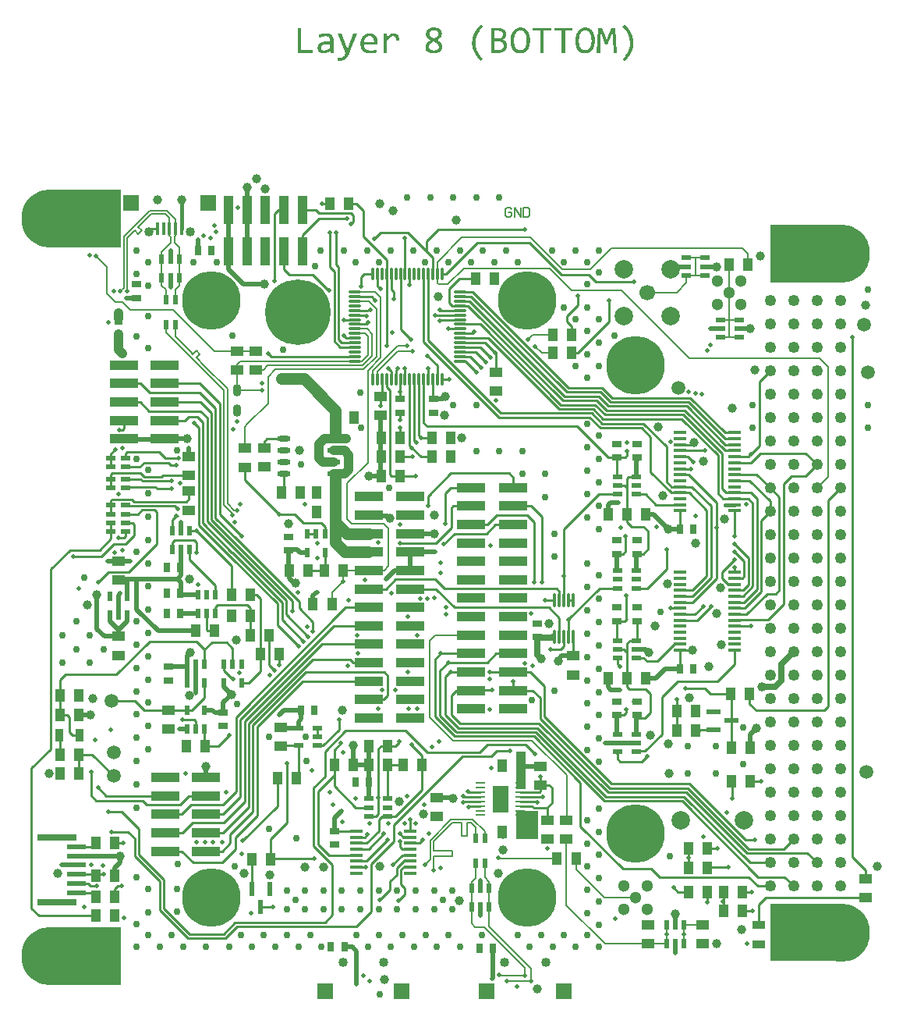
<source format=gbl>
G04 Layer_Physical_Order=8*
G04 Layer_Color=16711680*
%FSLAX25Y25*%
%MOIN*%
G70*
G01*
G75*
%ADD10R,0.05315X0.04134*%
%ADD11R,0.03937X0.03143*%
%ADD13O,0.05512X0.01100*%
%ADD18R,0.05551X0.03583*%
%ADD19R,0.05709X0.03937*%
%ADD20R,0.03937X0.05709*%
%ADD21R,0.03143X0.03937*%
%ADD25R,0.02165X0.05906*%
%ADD26R,0.01575X0.05315*%
%ADD27R,0.16535X0.02756*%
%ADD28R,0.07874X0.02362*%
%ADD30R,0.03740X0.03150*%
%ADD31R,0.03583X0.05551*%
%ADD32R,0.04134X0.05315*%
%ADD37O,0.01100X0.05512*%
%ADD40O,0.05709X0.02362*%
%ADD45C,0.01000*%
%ADD46C,0.01500*%
%ADD47C,0.00700*%
%ADD48C,0.02000*%
%ADD49C,0.02500*%
%ADD50C,0.05000*%
%ADD51C,0.00800*%
%ADD52C,0.00787*%
%ADD53R,0.29995X0.25000*%
%ADD54R,0.30005X0.25000*%
%ADD55C,0.05906*%
%ADD56C,0.25000*%
%ADD57C,0.28000*%
%ADD58C,0.10000*%
%ADD59C,0.04921*%
%ADD60C,0.04000*%
%ADD61R,0.07000X0.07000*%
%ADD62C,0.07874*%
%ADD63C,0.05118*%
%ADD64C,0.06693*%
%ADD65C,0.03000*%
%ADD66C,0.01969*%
%ADD67C,0.03937*%
%ADD68C,0.04000*%
%ADD88C,0.00900*%
%ADD98R,0.02165X0.04134*%
%ADD99R,0.03937X0.02362*%
%ADD100O,0.05512X0.01575*%
%ADD101O,0.03543X0.05315*%
%ADD102R,0.12400X0.04016*%
%ADD103R,0.04016X0.12400*%
%ADD104R,0.02362X0.04331*%
%ADD105R,0.05906X0.02165*%
%ADD106O,0.01150X0.06496*%
%ADD107O,0.05512X0.01600*%
%ADD108R,0.04134X0.02165*%
%ADD109R,0.03976X0.01150*%
%ADD110R,0.06890X0.11594*%
%ADD111R,0.11900X0.04000*%
%ADD112R,0.09600X0.12100*%
%ADD113R,0.04200X0.16000*%
G36*
X127129Y52131D02*
X131829D01*
Y50892D01*
X125653D01*
Y61606D01*
X127129D01*
Y52131D01*
D02*
G37*
G36*
X248893Y61751D02*
X249130Y61715D01*
X249421Y61678D01*
X249713Y61606D01*
X250023Y61514D01*
X250314Y61387D01*
X250350Y61369D01*
X250442Y61314D01*
X250587Y61223D01*
X250769Y61114D01*
X250970Y60950D01*
X251170Y60767D01*
X251389Y60549D01*
X251589Y60294D01*
X251608Y60257D01*
X251680Y60166D01*
X251772Y60020D01*
X251881Y59820D01*
X252009Y59565D01*
X252136Y59273D01*
X252245Y58945D01*
X252355Y58581D01*
Y58563D01*
X252373Y58545D01*
Y58490D01*
X252391Y58399D01*
X252409Y58308D01*
X252428Y58198D01*
X252482Y57925D01*
X252537Y57597D01*
X252573Y57214D01*
X252591Y56777D01*
X252610Y56322D01*
Y56304D01*
Y56267D01*
Y56176D01*
Y56085D01*
X252591Y55957D01*
Y55812D01*
X252573Y55465D01*
X252519Y55083D01*
X252464Y54664D01*
X252373Y54245D01*
X252264Y53826D01*
Y53807D01*
X252245Y53771D01*
X252227Y53716D01*
X252209Y53643D01*
X252118Y53461D01*
X252027Y53206D01*
X251881Y52933D01*
X251735Y52641D01*
X251535Y52350D01*
X251334Y52077D01*
X251316Y52040D01*
X251243Y51967D01*
X251116Y51840D01*
X250952Y51694D01*
X250751Y51530D01*
X250533Y51366D01*
X250278Y51220D01*
X249986Y51074D01*
X249950Y51056D01*
X249858Y51020D01*
X249695Y50965D01*
X249494Y50910D01*
X249257Y50856D01*
X248984Y50801D01*
X248674Y50765D01*
X248364Y50746D01*
X248182D01*
X248000Y50765D01*
X247745Y50801D01*
X247472Y50837D01*
X247162Y50892D01*
X246852Y50983D01*
X246561Y51111D01*
X246524Y51129D01*
X246433Y51184D01*
X246287Y51275D01*
X246123Y51384D01*
X245905Y51548D01*
X245704Y51730D01*
X245486Y51949D01*
X245285Y52186D01*
X245267Y52222D01*
X245194Y52313D01*
X245103Y52459D01*
X244994Y52659D01*
X244884Y52915D01*
X244757Y53206D01*
X244648Y53534D01*
X244538Y53899D01*
Y53917D01*
X244520Y53953D01*
Y54008D01*
X244502Y54081D01*
X244484Y54172D01*
X244465Y54281D01*
X244429Y54573D01*
X244374Y54901D01*
X244338Y55301D01*
X244320Y55739D01*
X244301Y56194D01*
Y56212D01*
Y56249D01*
Y56340D01*
Y56431D01*
X244320Y56559D01*
Y56704D01*
X244338Y57032D01*
X244374Y57433D01*
X244447Y57834D01*
X244520Y58271D01*
X244629Y58672D01*
Y58690D01*
X244648Y58727D01*
X244666Y58781D01*
X244684Y58854D01*
X244757Y59036D01*
X244866Y59292D01*
X244994Y59565D01*
X245158Y59856D01*
X245340Y60130D01*
X245540Y60403D01*
X245559Y60439D01*
X245650Y60512D01*
X245759Y60640D01*
X245923Y60786D01*
X246123Y60950D01*
X246360Y61132D01*
X246615Y61278D01*
X246889Y61423D01*
X246925Y61442D01*
X247016Y61478D01*
X247180Y61533D01*
X247381Y61606D01*
X247618Y61660D01*
X247909Y61715D01*
X248200Y61751D01*
X248529Y61769D01*
X248692D01*
X248893Y61751D01*
D02*
G37*
G36*
X221180D02*
X221417Y61715D01*
X221709Y61678D01*
X222000Y61606D01*
X222310Y61514D01*
X222601Y61387D01*
X222638Y61369D01*
X222729Y61314D01*
X222875Y61223D01*
X223057Y61114D01*
X223257Y60950D01*
X223458Y60767D01*
X223676Y60549D01*
X223877Y60294D01*
X223895Y60257D01*
X223968Y60166D01*
X224059Y60020D01*
X224168Y59820D01*
X224296Y59565D01*
X224423Y59273D01*
X224533Y58945D01*
X224642Y58581D01*
Y58563D01*
X224660Y58545D01*
Y58490D01*
X224678Y58399D01*
X224697Y58308D01*
X224715Y58198D01*
X224770Y57925D01*
X224824Y57597D01*
X224861Y57214D01*
X224879Y56777D01*
X224897Y56322D01*
Y56304D01*
Y56267D01*
Y56176D01*
Y56085D01*
X224879Y55957D01*
Y55812D01*
X224861Y55465D01*
X224806Y55083D01*
X224751Y54664D01*
X224660Y54245D01*
X224551Y53826D01*
Y53807D01*
X224533Y53771D01*
X224515Y53716D01*
X224496Y53643D01*
X224405Y53461D01*
X224314Y53206D01*
X224168Y52933D01*
X224023Y52641D01*
X223822Y52350D01*
X223622Y52077D01*
X223604Y52040D01*
X223531Y51967D01*
X223403Y51840D01*
X223239Y51694D01*
X223039Y51530D01*
X222820Y51366D01*
X222565Y51220D01*
X222273Y51074D01*
X222237Y51056D01*
X222146Y51020D01*
X221982Y50965D01*
X221781Y50910D01*
X221545Y50856D01*
X221271Y50801D01*
X220962Y50765D01*
X220652Y50746D01*
X220470D01*
X220287Y50765D01*
X220032Y50801D01*
X219759Y50837D01*
X219449Y50892D01*
X219140Y50983D01*
X218848Y51111D01*
X218812Y51129D01*
X218721Y51184D01*
X218575Y51275D01*
X218411Y51384D01*
X218192Y51548D01*
X217992Y51730D01*
X217773Y51949D01*
X217573Y52186D01*
X217554Y52222D01*
X217482Y52313D01*
X217390Y52459D01*
X217281Y52659D01*
X217172Y52915D01*
X217044Y53206D01*
X216935Y53534D01*
X216826Y53899D01*
Y53917D01*
X216808Y53953D01*
Y54008D01*
X216789Y54081D01*
X216771Y54172D01*
X216753Y54281D01*
X216716Y54573D01*
X216662Y54901D01*
X216625Y55301D01*
X216607Y55739D01*
X216589Y56194D01*
Y56212D01*
Y56249D01*
Y56340D01*
Y56431D01*
X216607Y56559D01*
Y56704D01*
X216625Y57032D01*
X216662Y57433D01*
X216735Y57834D01*
X216808Y58271D01*
X216917Y58672D01*
Y58690D01*
X216935Y58727D01*
X216953Y58781D01*
X216971Y58854D01*
X217044Y59036D01*
X217154Y59292D01*
X217281Y59565D01*
X217445Y59856D01*
X217627Y60130D01*
X217828Y60403D01*
X217846Y60439D01*
X217937Y60512D01*
X218046Y60640D01*
X218210Y60786D01*
X218411Y60950D01*
X218648Y61132D01*
X218903Y61278D01*
X219176Y61423D01*
X219213Y61442D01*
X219304Y61478D01*
X219468Y61533D01*
X219668Y61606D01*
X219905Y61660D01*
X220196Y61715D01*
X220488Y61751D01*
X220816Y61769D01*
X220980D01*
X221180Y61751D01*
D02*
G37*
G36*
X138097Y59255D02*
X138297Y59237D01*
X138534Y59201D01*
X138990Y59109D01*
X139008D01*
X139099Y59073D01*
X139208Y59036D01*
X139336Y58982D01*
X139500Y58909D01*
X139664Y58818D01*
X139828Y58727D01*
X139992Y58599D01*
X140010Y58581D01*
X140065Y58545D01*
X140138Y58472D01*
X140229Y58381D01*
X140338Y58253D01*
X140447Y58107D01*
X140539Y57943D01*
X140630Y57761D01*
X140648Y57743D01*
X140666Y57670D01*
X140702Y57561D01*
X140757Y57415D01*
X140794Y57251D01*
X140830Y57032D01*
X140848Y56814D01*
X140866Y56559D01*
Y50892D01*
X139573D01*
X139536Y51985D01*
X139500Y51949D01*
X139427Y51876D01*
X139281Y51767D01*
X139117Y51621D01*
X138899Y51475D01*
X138680Y51311D01*
X138425Y51165D01*
X138170Y51038D01*
X138134Y51020D01*
X138042Y51002D01*
X137915Y50947D01*
X137733Y50892D01*
X137514Y50837D01*
X137259Y50801D01*
X137004Y50765D01*
X136712Y50746D01*
X136603D01*
X136476Y50765D01*
X136311D01*
X136111Y50783D01*
X135911Y50819D01*
X135510Y50910D01*
X135492D01*
X135437Y50947D01*
X135346Y50983D01*
X135218Y51038D01*
X134963Y51202D01*
X134690Y51402D01*
X134672Y51421D01*
X134635Y51457D01*
X134581Y51530D01*
X134508Y51621D01*
X134435Y51730D01*
X134344Y51858D01*
X134216Y52149D01*
Y52168D01*
X134198Y52222D01*
X134180Y52313D01*
X134143Y52423D01*
X134125Y52568D01*
X134089Y52732D01*
X134070Y53079D01*
Y53097D01*
Y53133D01*
Y53206D01*
X134089Y53279D01*
X134107Y53388D01*
X134125Y53516D01*
X134180Y53789D01*
X134289Y54099D01*
X134453Y54427D01*
X134562Y54591D01*
X134690Y54737D01*
X134818Y54882D01*
X134981Y55028D01*
X135000D01*
X135018Y55065D01*
X135073Y55101D01*
X135164Y55137D01*
X135255Y55192D01*
X135364Y55247D01*
X135510Y55320D01*
X135674Y55392D01*
X135856Y55447D01*
X136056Y55520D01*
X136275Y55575D01*
X136530Y55629D01*
X136785Y55666D01*
X137077Y55702D01*
X137387Y55739D01*
X139427D01*
Y56449D01*
Y56486D01*
Y56577D01*
X139409Y56704D01*
X139373Y56868D01*
X139318Y57051D01*
X139227Y57251D01*
X139117Y57433D01*
X138953Y57615D01*
X138935Y57634D01*
X138862Y57688D01*
X138753Y57761D01*
X138607Y57834D01*
X138407Y57907D01*
X138152Y57980D01*
X137860Y58034D01*
X137532Y58053D01*
X137277D01*
X137095Y58034D01*
X136876Y58016D01*
X136658Y57980D01*
X136147Y57889D01*
X136111D01*
X136038Y57852D01*
X135892Y57816D01*
X135729Y57779D01*
X135510Y57706D01*
X135273Y57634D01*
X135018Y57543D01*
X134763Y57451D01*
Y58745D01*
X134781D01*
X134818Y58763D01*
X134854Y58781D01*
X134927Y58800D01*
X135109Y58854D01*
X135346Y58927D01*
X135364D01*
X135400Y58945D01*
X135473Y58964D01*
X135564Y58982D01*
X135801Y59036D01*
X136056Y59091D01*
X136075D01*
X136129Y59109D01*
X136202Y59128D01*
X136293Y59146D01*
X136403Y59164D01*
X136530Y59182D01*
X136822Y59219D01*
X136840D01*
X136895Y59237D01*
X136967D01*
X137077Y59255D01*
X137204D01*
X137332Y59273D01*
X137915D01*
X138097Y59255D01*
D02*
G37*
G36*
X211524Y61587D02*
X211742Y61569D01*
X212016Y61533D01*
X212307Y61460D01*
X212635Y61387D01*
X212963Y61278D01*
X213291Y61150D01*
X213619Y60968D01*
X213911Y60767D01*
X214184Y60512D01*
X214402Y60203D01*
X214585Y59856D01*
X214694Y59456D01*
X214712Y59237D01*
X214730Y59000D01*
Y58982D01*
Y58964D01*
Y58854D01*
X214712Y58690D01*
X214676Y58490D01*
X214621Y58253D01*
X214548Y57998D01*
X214457Y57743D01*
X214311Y57506D01*
X214293Y57488D01*
X214238Y57397D01*
X214129Y57287D01*
X214002Y57160D01*
X213819Y57014D01*
X213582Y56850D01*
X213309Y56704D01*
X212981Y56577D01*
X213000D01*
X213054Y56559D01*
X213145Y56540D01*
X213255Y56522D01*
X213510Y56431D01*
X213801Y56304D01*
X213819D01*
X213874Y56267D01*
X213947Y56231D01*
X214038Y56158D01*
X214257Y56012D01*
X214475Y55793D01*
X214493Y55775D01*
X214530Y55739D01*
X214585Y55666D01*
X214639Y55593D01*
X214712Y55484D01*
X214785Y55356D01*
X214931Y55046D01*
Y55028D01*
X214967Y54974D01*
X214985Y54882D01*
X215022Y54773D01*
X215058Y54627D01*
X215077Y54463D01*
X215113Y54099D01*
Y54062D01*
Y53971D01*
X215095Y53826D01*
X215077Y53625D01*
X215040Y53425D01*
X214985Y53188D01*
X214913Y52951D01*
X214803Y52714D01*
X214785Y52696D01*
X214749Y52623D01*
X214676Y52514D01*
X214585Y52368D01*
X214475Y52222D01*
X214330Y52040D01*
X214166Y51876D01*
X213965Y51712D01*
X213947Y51694D01*
X213874Y51639D01*
X213747Y51566D01*
X213601Y51493D01*
X213400Y51384D01*
X213182Y51275D01*
X212927Y51184D01*
X212635Y51093D01*
X212599D01*
X212508Y51056D01*
X212344Y51038D01*
X212143Y51002D01*
X211888Y50965D01*
X211596Y50929D01*
X211269Y50910D01*
X210922Y50892D01*
X208171D01*
Y61606D01*
X211342D01*
X211524Y61587D01*
D02*
G37*
G36*
X233880Y60367D02*
X230709D01*
Y50892D01*
X229234D01*
Y60367D01*
X226063D01*
Y61606D01*
X233880D01*
Y60367D01*
D02*
G37*
G36*
X243117D02*
X239947D01*
Y50892D01*
X238471D01*
Y60367D01*
X235301D01*
Y61606D01*
X243117D01*
Y60367D01*
D02*
G37*
G36*
X184321Y61751D02*
X184558Y61733D01*
X184795Y61697D01*
X185050Y61642D01*
X185287Y61587D01*
X185323D01*
X185396Y61551D01*
X185505Y61514D01*
X185651Y61460D01*
X185815Y61387D01*
X185979Y61296D01*
X186161Y61186D01*
X186325Y61077D01*
X186344Y61059D01*
X186398Y61023D01*
X186471Y60950D01*
X186581Y60859D01*
X186672Y60731D01*
X186781Y60603D01*
X186890Y60439D01*
X186981Y60276D01*
X186999Y60257D01*
X187018Y60203D01*
X187054Y60093D01*
X187091Y59984D01*
X187127Y59820D01*
X187163Y59638D01*
X187200Y59456D01*
Y59237D01*
Y59219D01*
Y59201D01*
Y59146D01*
Y59091D01*
X187182Y58909D01*
X187127Y58690D01*
X187072Y58435D01*
X186981Y58180D01*
X186854Y57907D01*
X186672Y57652D01*
X186653Y57615D01*
X186581Y57543D01*
X186453Y57415D01*
X186289Y57269D01*
X186089Y57087D01*
X185834Y56887D01*
X185524Y56686D01*
X185196Y56504D01*
X185214Y56486D01*
X185269Y56467D01*
X185360Y56413D01*
X185487Y56358D01*
X185615Y56267D01*
X185761Y56176D01*
X186070Y55976D01*
X186089Y55957D01*
X186143Y55921D01*
X186216Y55866D01*
X186325Y55793D01*
X186544Y55593D01*
X186781Y55338D01*
X186799Y55320D01*
X186836Y55283D01*
X186890Y55210D01*
X186963Y55119D01*
X187036Y54992D01*
X187109Y54864D01*
X187255Y54554D01*
Y54536D01*
X187291Y54482D01*
X187309Y54390D01*
X187346Y54263D01*
X187382Y54135D01*
X187400Y53971D01*
X187437Y53589D01*
Y53552D01*
Y53479D01*
X187419Y53334D01*
X187400Y53170D01*
X187364Y52987D01*
X187309Y52787D01*
X187236Y52568D01*
X187145Y52368D01*
X187127Y52350D01*
X187091Y52277D01*
X187036Y52186D01*
X186945Y52058D01*
X186836Y51912D01*
X186708Y51767D01*
X186544Y51621D01*
X186362Y51475D01*
X186344Y51457D01*
X186271Y51421D01*
X186161Y51348D01*
X186034Y51275D01*
X185852Y51184D01*
X185651Y51093D01*
X185433Y51002D01*
X185178Y50929D01*
X185141D01*
X185068Y50892D01*
X184923Y50874D01*
X184740Y50837D01*
X184522Y50801D01*
X184285Y50783D01*
X184011Y50746D01*
X183574D01*
X183410Y50765D01*
X183192D01*
X182955Y50783D01*
X182700Y50819D01*
X182426Y50874D01*
X182171Y50929D01*
X182135Y50947D01*
X182062Y50965D01*
X181934Y51020D01*
X181770Y51074D01*
X181606Y51147D01*
X181406Y51238D01*
X181224Y51348D01*
X181042Y51475D01*
X181023Y51493D01*
X180969Y51548D01*
X180896Y51621D01*
X180787Y51712D01*
X180677Y51840D01*
X180568Y51985D01*
X180459Y52149D01*
X180368Y52313D01*
Y52332D01*
X180331Y52404D01*
X180295Y52496D01*
X180258Y52641D01*
X180222Y52787D01*
X180185Y52969D01*
X180167Y53170D01*
X180149Y53388D01*
Y53407D01*
Y53425D01*
Y53479D01*
X180167Y53552D01*
X180185Y53734D01*
X180222Y53971D01*
X180276Y54226D01*
X180386Y54518D01*
X180513Y54809D01*
X180695Y55083D01*
X180714Y55119D01*
X180805Y55210D01*
X180932Y55338D01*
X181114Y55520D01*
X181351Y55721D01*
X181643Y55939D01*
X181989Y56176D01*
X182390Y56395D01*
X182372D01*
X182353Y56413D01*
X182299Y56449D01*
X182226Y56486D01*
X182044Y56595D01*
X181807Y56741D01*
X181552Y56923D01*
X181315Y57123D01*
X181060Y57342D01*
X180859Y57579D01*
X180841Y57615D01*
X180787Y57688D01*
X180714Y57834D01*
X180622Y58016D01*
X180531Y58235D01*
X180459Y58490D01*
X180404Y58763D01*
X180386Y59073D01*
Y59091D01*
Y59164D01*
X180404Y59255D01*
Y59383D01*
X180440Y59547D01*
X180477Y59711D01*
X180513Y59875D01*
X180586Y60057D01*
X180604Y60075D01*
X180622Y60148D01*
X180677Y60239D01*
X180750Y60348D01*
X180841Y60494D01*
X180950Y60640D01*
X181078Y60786D01*
X181224Y60931D01*
X181242Y60950D01*
X181297Y61004D01*
X181388Y61059D01*
X181515Y61150D01*
X181679Y61241D01*
X181861Y61351D01*
X182062Y61442D01*
X182299Y61533D01*
X182335Y61551D01*
X182408Y61569D01*
X182554Y61606D01*
X182736Y61660D01*
X182955Y61697D01*
X183228Y61733D01*
X183519Y61751D01*
X183829Y61769D01*
X184121D01*
X184321Y61751D01*
D02*
G37*
G36*
X204746Y62243D02*
X204709Y62207D01*
X204618Y62098D01*
X204454Y61933D01*
X204254Y61697D01*
X203999Y61405D01*
X203744Y61059D01*
X203452Y60640D01*
X203161Y60203D01*
X202851Y59711D01*
X202559Y59164D01*
X202304Y58599D01*
X202049Y57980D01*
X201849Y57342D01*
X201703Y56686D01*
X201594Y55994D01*
X201575Y55648D01*
X201557Y55283D01*
Y55265D01*
Y55192D01*
Y55101D01*
X201575Y54955D01*
Y54791D01*
X201594Y54591D01*
X201630Y54372D01*
X201667Y54117D01*
X201703Y53844D01*
X201758Y53570D01*
X201904Y52951D01*
X202104Y52295D01*
X202213Y51967D01*
X202359Y51639D01*
X202377Y51621D01*
X202395Y51566D01*
X202450Y51475D01*
X202505Y51348D01*
X202596Y51184D01*
X202705Y51002D01*
X202815Y50801D01*
X202960Y50564D01*
X203124Y50327D01*
X203288Y50072D01*
X203489Y49799D01*
X203707Y49507D01*
X203944Y49216D01*
X204181Y48924D01*
X204454Y48633D01*
X204746Y48341D01*
X203871Y47449D01*
X203853Y47467D01*
X203835Y47485D01*
X203780Y47540D01*
X203707Y47613D01*
X203616Y47704D01*
X203525Y47795D01*
X203288Y48068D01*
X202997Y48396D01*
X202687Y48779D01*
X202341Y49234D01*
X201995Y49726D01*
X201630Y50273D01*
X201302Y50874D01*
X200974Y51512D01*
X200683Y52186D01*
X200446Y52896D01*
X200264Y53625D01*
X200191Y54008D01*
X200136Y54390D01*
X200118Y54773D01*
X200100Y55174D01*
Y55192D01*
Y55229D01*
Y55265D01*
Y55338D01*
X200118Y55538D01*
Y55793D01*
X200154Y56103D01*
X200191Y56431D01*
X200227Y56796D01*
X200300Y57160D01*
Y57178D01*
X200318Y57196D01*
Y57251D01*
X200337Y57324D01*
X200391Y57524D01*
X200464Y57779D01*
X200537Y58071D01*
X200646Y58399D01*
X200792Y58763D01*
X200938Y59128D01*
Y59146D01*
X200956Y59182D01*
X200992Y59219D01*
X201029Y59292D01*
X201120Y59492D01*
X201266Y59747D01*
X201430Y60057D01*
X201630Y60385D01*
X201867Y60749D01*
X202122Y61114D01*
Y61132D01*
X202159Y61168D01*
X202195Y61205D01*
X202250Y61278D01*
X202414Y61478D01*
X202614Y61733D01*
X202887Y62043D01*
X203179Y62371D01*
X203525Y62735D01*
X203908Y63100D01*
X204746Y62243D01*
D02*
G37*
G36*
X166757Y59255D02*
X166848D01*
X166976Y59237D01*
X167267Y59164D01*
X167577Y59073D01*
X167887Y58927D01*
X168196Y58709D01*
X168342Y58581D01*
X168470Y58435D01*
X168506Y58399D01*
X168525Y58344D01*
X168579Y58289D01*
X168616Y58198D01*
X168670Y58089D01*
X168743Y57961D01*
X168798Y57816D01*
X168852Y57652D01*
X168907Y57488D01*
X168962Y57287D01*
X169016Y57069D01*
X169053Y56814D01*
X169071Y56559D01*
X169089Y56285D01*
Y55994D01*
X167650D01*
Y56012D01*
Y56049D01*
Y56103D01*
Y56176D01*
X167632Y56358D01*
X167613Y56577D01*
X167577Y56832D01*
X167522Y57087D01*
X167431Y57342D01*
X167322Y57543D01*
X167304Y57561D01*
X167267Y57615D01*
X167176Y57706D01*
X167067Y57798D01*
X166921Y57871D01*
X166757Y57961D01*
X166557Y58016D01*
X166320Y58034D01*
X166210D01*
X166156Y58016D01*
X165974Y57998D01*
X165755Y57925D01*
X165737D01*
X165700Y57907D01*
X165646Y57889D01*
X165573Y57852D01*
X165372Y57743D01*
X165154Y57597D01*
X165136Y57579D01*
X165099Y57561D01*
X165044Y57506D01*
X164953Y57451D01*
X164753Y57251D01*
X164498Y57014D01*
X164480Y56996D01*
X164443Y56959D01*
X164370Y56887D01*
X164279Y56777D01*
X164170Y56650D01*
X164042Y56522D01*
X163915Y56358D01*
X163769Y56176D01*
Y50892D01*
X162330D01*
Y59128D01*
X163623D01*
X163660Y57597D01*
Y57615D01*
X163696Y57634D01*
X163787Y57743D01*
X163933Y57889D01*
X164115Y58089D01*
X164334Y58289D01*
X164571Y58508D01*
X164826Y58709D01*
X165099Y58873D01*
X165136Y58891D01*
X165227Y58927D01*
X165354Y59000D01*
X165555Y59073D01*
X165755Y59146D01*
X166010Y59219D01*
X166265Y59255D01*
X166539Y59273D01*
X166666D01*
X166757Y59255D01*
D02*
G37*
G36*
X360176Y-312719D02*
X361899Y-313227D01*
X363532Y-313977D01*
X365040Y-314952D01*
X366394Y-316132D01*
X367565Y-317495D01*
X368529Y-319010D01*
X369267Y-320648D01*
X369762Y-322374D01*
X370007Y-324154D01*
X369994Y-325950D01*
X369724Y-327726D01*
X369203Y-329445D01*
X368442Y-331072D01*
X367457Y-332574D01*
X366266Y-333919D01*
X364896Y-335080D01*
X363373Y-336033D01*
X361730Y-336759D01*
X360865Y-337001D01*
Y-337001D01*
X327500D01*
Y-312462D01*
X358399D01*
X360176Y-312719D01*
D02*
G37*
G36*
X265309Y63081D02*
X265327Y63063D01*
X265382Y63008D01*
X265455Y62936D01*
X265546Y62845D01*
X265637Y62753D01*
X265892Y62480D01*
X266165Y62152D01*
X266493Y61769D01*
X266840Y61314D01*
X267186Y60804D01*
X267532Y60257D01*
X267878Y59656D01*
X268206Y59000D01*
X268498Y58326D01*
X268735Y57615D01*
X268917Y56868D01*
X268989Y56486D01*
X269044Y56103D01*
X269062Y55702D01*
X269081Y55301D01*
Y55283D01*
Y55265D01*
Y55210D01*
Y55156D01*
Y54974D01*
X269062Y54737D01*
X269044Y54463D01*
X269008Y54154D01*
X268953Y53807D01*
X268898Y53461D01*
Y53443D01*
Y53425D01*
X268880Y53370D01*
X268862Y53297D01*
X268826Y53115D01*
X268753Y52860D01*
X268662Y52568D01*
X268552Y52241D01*
X268425Y51894D01*
X268279Y51530D01*
Y51512D01*
X268261Y51493D01*
X268243Y51439D01*
X268206Y51366D01*
X268097Y51165D01*
X267969Y50910D01*
X267805Y50601D01*
X267587Y50273D01*
X267368Y49908D01*
X267095Y49526D01*
Y49507D01*
X267058Y49471D01*
X267022Y49416D01*
X266967Y49343D01*
X266894Y49252D01*
X266803Y49143D01*
X266584Y48870D01*
X266329Y48560D01*
X266020Y48214D01*
X265655Y47831D01*
X265254Y47449D01*
X264435Y48305D01*
X264453Y48323D01*
X264507Y48378D01*
X264580Y48469D01*
X264690Y48578D01*
X264835Y48724D01*
X264981Y48906D01*
X265145Y49088D01*
X265327Y49307D01*
X265510Y49544D01*
X265710Y49799D01*
X266111Y50364D01*
X266475Y50965D01*
X266639Y51293D01*
X266803Y51603D01*
X266821Y51621D01*
X266840Y51676D01*
X266876Y51767D01*
X266931Y51894D01*
X266985Y52058D01*
X267058Y52241D01*
X267131Y52459D01*
X267204Y52696D01*
X267277Y52951D01*
X267350Y53224D01*
X267477Y53844D01*
X267568Y54500D01*
X267605Y54846D01*
Y55192D01*
Y55210D01*
Y55229D01*
Y55283D01*
Y55374D01*
X267587Y55465D01*
Y55575D01*
X267550Y55848D01*
X267514Y56194D01*
X267441Y56595D01*
X267332Y57032D01*
X267204Y57524D01*
X267040Y58053D01*
X266840Y58618D01*
X266566Y59201D01*
X266275Y59802D01*
X265910Y60403D01*
X265473Y61004D01*
X264999Y61624D01*
X264726Y61915D01*
X264435Y62207D01*
X265291Y63100D01*
X265309Y63081D01*
D02*
G37*
G36*
X148045Y51767D02*
Y51749D01*
X148027Y51712D01*
X148009Y51657D01*
X147972Y51585D01*
X147881Y51366D01*
X147772Y51111D01*
X147626Y50819D01*
X147480Y50491D01*
X147316Y50163D01*
X147134Y49854D01*
X147116Y49817D01*
X147061Y49726D01*
X146970Y49562D01*
X146843Y49380D01*
X146697Y49161D01*
X146515Y48943D01*
X146333Y48724D01*
X146132Y48505D01*
X146114Y48487D01*
X146041Y48414D01*
X145932Y48323D01*
X145786Y48214D01*
X145604Y48086D01*
X145403Y47959D01*
X145166Y47850D01*
X144930Y47740D01*
X144893Y47722D01*
X144820Y47704D01*
X144675Y47667D01*
X144492Y47613D01*
X144274Y47558D01*
X144037Y47521D01*
X143745Y47503D01*
X143454Y47485D01*
X143199D01*
X143053Y47503D01*
X142834D01*
X142689Y47521D01*
Y48815D01*
X142725D01*
X142798Y48797D01*
X142925D01*
X143071Y48779D01*
X143108D01*
X143217Y48760D01*
X143363Y48742D01*
X143672D01*
X143763Y48760D01*
X144019Y48797D01*
X144274Y48870D01*
X144292D01*
X144328Y48888D01*
X144401Y48924D01*
X144492Y48961D01*
X144693Y49070D01*
X144911Y49234D01*
X144930Y49252D01*
X144966Y49289D01*
X145021Y49343D01*
X145094Y49416D01*
X145185Y49507D01*
X145294Y49635D01*
X145494Y49908D01*
X145513Y49926D01*
X145549Y49981D01*
X145604Y50072D01*
X145677Y50182D01*
X145749Y50327D01*
X145841Y50510D01*
X145950Y50692D01*
X146041Y50892D01*
X142761Y59128D01*
X144383D01*
X146460Y53662D01*
X146879Y52386D01*
X147353Y53698D01*
X149284Y59128D01*
X150851D01*
X148045Y51767D01*
D02*
G37*
G36*
X156463Y59255D02*
X156663Y59237D01*
X156900Y59201D01*
X157155Y59164D01*
X157410Y59091D01*
X157665Y59000D01*
X157702Y58982D01*
X157775Y58945D01*
X157902Y58891D01*
X158066Y58800D01*
X158230Y58690D01*
X158431Y58563D01*
X158613Y58399D01*
X158795Y58217D01*
X158813Y58198D01*
X158868Y58126D01*
X158959Y58016D01*
X159050Y57889D01*
X159159Y57706D01*
X159287Y57506D01*
X159396Y57269D01*
X159487Y57014D01*
X159506Y56978D01*
X159524Y56887D01*
X159560Y56741D01*
X159615Y56559D01*
X159651Y56322D01*
X159688Y56067D01*
X159706Y55775D01*
X159724Y55447D01*
Y55429D01*
Y55392D01*
Y55338D01*
Y55265D01*
Y55101D01*
X159706Y54919D01*
Y54882D01*
Y54791D01*
Y54682D01*
X159688Y54554D01*
X153912D01*
Y54536D01*
Y54500D01*
Y54427D01*
X153930Y54354D01*
Y54245D01*
X153948Y54117D01*
X154003Y53826D01*
X154076Y53516D01*
X154203Y53188D01*
X154367Y52878D01*
X154604Y52605D01*
X154641Y52568D01*
X154732Y52496D01*
X154896Y52386D01*
X155133Y52277D01*
X155424Y52149D01*
X155771Y52040D01*
X156171Y51967D01*
X156645Y51931D01*
X157100D01*
X157356Y51949D01*
X157410D01*
X157483Y51967D01*
X157574D01*
X157811Y52004D01*
X158048Y52022D01*
X158066D01*
X158103Y52040D01*
X158176D01*
X158267Y52058D01*
X158467Y52095D01*
X158704Y52131D01*
X158722D01*
X158758Y52149D01*
X158813Y52168D01*
X158886Y52186D01*
X159087Y52222D01*
X159287Y52277D01*
Y51111D01*
X159269D01*
X159178Y51093D01*
X159068Y51056D01*
X158904Y51020D01*
X158704Y50983D01*
X158485Y50929D01*
X158230Y50892D01*
X157957Y50856D01*
X157920D01*
X157829Y50837D01*
X157684Y50819D01*
X157501Y50801D01*
X157264Y50783D01*
X157009Y50765D01*
X156736Y50746D01*
X156262D01*
X156062Y50765D01*
X155825Y50783D01*
X155534Y50819D01*
X155224Y50856D01*
X154914Y50929D01*
X154623Y51020D01*
X154586Y51038D01*
X154495Y51074D01*
X154349Y51147D01*
X154185Y51238D01*
X153985Y51348D01*
X153766Y51493D01*
X153566Y51657D01*
X153365Y51858D01*
X153347Y51876D01*
X153293Y51949D01*
X153201Y52077D01*
X153092Y52222D01*
X152965Y52423D01*
X152855Y52641D01*
X152728Y52915D01*
X152637Y53188D01*
Y53206D01*
Y53224D01*
X152600Y53334D01*
X152564Y53498D01*
X152527Y53716D01*
X152491Y53990D01*
X152454Y54281D01*
X152436Y54627D01*
X152418Y54992D01*
Y55010D01*
Y55028D01*
Y55137D01*
X152436Y55301D01*
X152454Y55520D01*
X152473Y55757D01*
X152527Y56030D01*
X152582Y56322D01*
X152655Y56613D01*
Y56631D01*
X152673Y56650D01*
X152709Y56741D01*
X152764Y56887D01*
X152837Y57087D01*
X152946Y57287D01*
X153074Y57524D01*
X153220Y57761D01*
X153384Y57980D01*
X153402Y57998D01*
X153475Y58071D01*
X153584Y58180D01*
X153712Y58326D01*
X153894Y58472D01*
X154094Y58636D01*
X154313Y58781D01*
X154568Y58927D01*
X154604Y58945D01*
X154695Y58982D01*
X154841Y59036D01*
X155023Y59109D01*
X155260Y59164D01*
X155534Y59219D01*
X155825Y59255D01*
X156153Y59273D01*
X156299D01*
X156463Y59255D01*
D02*
G37*
G36*
X261902Y50892D02*
X260481D01*
X260262Y57579D01*
X260171Y60130D01*
X259661Y58654D01*
X258076Y54390D01*
X257074D01*
X255561Y58490D01*
X255069Y60130D01*
X255033Y57470D01*
X254851Y50892D01*
X253466D01*
X253994Y61606D01*
X255725D01*
X257165Y57561D01*
X257639Y56194D01*
X258076Y57561D01*
X259606Y61606D01*
X261392D01*
X261902Y50892D01*
D02*
G37*
%LPC*%
G36*
X248437Y60494D02*
X248328D01*
X248182Y60476D01*
X248018Y60458D01*
X247836Y60403D01*
X247618Y60348D01*
X247417Y60257D01*
X247217Y60148D01*
X247198Y60130D01*
X247144Y60093D01*
X247053Y60020D01*
X246925Y59911D01*
X246798Y59784D01*
X246670Y59620D01*
X246524Y59437D01*
X246397Y59237D01*
X246378Y59219D01*
X246342Y59146D01*
X246287Y59018D01*
X246215Y58854D01*
X246142Y58672D01*
X246051Y58435D01*
X245978Y58180D01*
X245905Y57907D01*
Y57871D01*
X245887Y57779D01*
X245868Y57615D01*
X245832Y57415D01*
X245814Y57178D01*
X245777Y56905D01*
X245759Y56595D01*
Y56285D01*
Y56267D01*
Y56249D01*
Y56194D01*
Y56121D01*
Y55939D01*
X245777Y55721D01*
X245795Y55447D01*
X245814Y55156D01*
X245905Y54536D01*
Y54500D01*
X245941Y54409D01*
X245959Y54263D01*
X246014Y54081D01*
X246087Y53862D01*
X246160Y53643D01*
X246251Y53407D01*
X246360Y53188D01*
X246378Y53170D01*
X246415Y53097D01*
X246488Y53006D01*
X246597Y52878D01*
X246707Y52732D01*
X246852Y52605D01*
X247016Y52459D01*
X247198Y52332D01*
X247217Y52313D01*
X247289Y52277D01*
X247399Y52241D01*
X247545Y52186D01*
X247727Y52113D01*
X247945Y52077D01*
X248182Y52040D01*
X248437Y52022D01*
X248565D01*
X248692Y52040D01*
X248856Y52058D01*
X249057Y52095D01*
X249257Y52168D01*
X249458Y52241D01*
X249658Y52350D01*
X249676Y52368D01*
X249749Y52404D01*
X249840Y52477D01*
X249950Y52587D01*
X250095Y52714D01*
X250223Y52860D01*
X250369Y53042D01*
X250496Y53243D01*
X250515Y53261D01*
X250551Y53352D01*
X250606Y53461D01*
X250678Y53625D01*
X250769Y53826D01*
X250842Y54044D01*
X250915Y54299D01*
X250988Y54573D01*
Y54609D01*
X251006Y54700D01*
X251043Y54864D01*
X251079Y55065D01*
X251097Y55301D01*
X251134Y55593D01*
X251152Y55884D01*
Y56212D01*
Y56231D01*
Y56249D01*
Y56304D01*
Y56376D01*
Y56559D01*
X251134Y56777D01*
X251116Y57051D01*
X251079Y57342D01*
X250988Y57943D01*
Y57961D01*
Y57980D01*
X250970Y58071D01*
X250934Y58217D01*
X250879Y58399D01*
X250806Y58618D01*
X250733Y58836D01*
X250624Y59073D01*
X250515Y59292D01*
X250496Y59310D01*
X250460Y59383D01*
X250387Y59492D01*
X250296Y59620D01*
X250168Y59747D01*
X250023Y59893D01*
X249858Y60039D01*
X249676Y60166D01*
X249658Y60184D01*
X249585Y60221D01*
X249476Y60276D01*
X249330Y60330D01*
X249148Y60385D01*
X248948Y60439D01*
X248692Y60476D01*
X248437Y60494D01*
D02*
G37*
G36*
X220725D02*
X220615D01*
X220470Y60476D01*
X220306Y60458D01*
X220124Y60403D01*
X219905Y60348D01*
X219704Y60257D01*
X219504Y60148D01*
X219486Y60130D01*
X219431Y60093D01*
X219340Y60020D01*
X219213Y59911D01*
X219085Y59784D01*
X218957Y59620D01*
X218812Y59437D01*
X218684Y59237D01*
X218666Y59219D01*
X218630Y59146D01*
X218575Y59018D01*
X218502Y58854D01*
X218429Y58672D01*
X218338Y58435D01*
X218265Y58180D01*
X218192Y57907D01*
Y57871D01*
X218174Y57779D01*
X218156Y57615D01*
X218119Y57415D01*
X218101Y57178D01*
X218065Y56905D01*
X218046Y56595D01*
Y56285D01*
Y56267D01*
Y56249D01*
Y56194D01*
Y56121D01*
Y55939D01*
X218065Y55721D01*
X218083Y55447D01*
X218101Y55156D01*
X218192Y54536D01*
Y54500D01*
X218229Y54409D01*
X218247Y54263D01*
X218302Y54081D01*
X218374Y53862D01*
X218447Y53643D01*
X218538Y53407D01*
X218648Y53188D01*
X218666Y53170D01*
X218702Y53097D01*
X218775Y53006D01*
X218884Y52878D01*
X218994Y52732D01*
X219140Y52605D01*
X219304Y52459D01*
X219486Y52332D01*
X219504Y52313D01*
X219577Y52277D01*
X219686Y52241D01*
X219832Y52186D01*
X220014Y52113D01*
X220233Y52077D01*
X220470Y52040D01*
X220725Y52022D01*
X220852D01*
X220980Y52040D01*
X221144Y52058D01*
X221344Y52095D01*
X221545Y52168D01*
X221745Y52241D01*
X221946Y52350D01*
X221964Y52368D01*
X222037Y52404D01*
X222128Y52477D01*
X222237Y52587D01*
X222383Y52714D01*
X222510Y52860D01*
X222656Y53042D01*
X222784Y53243D01*
X222802Y53261D01*
X222838Y53352D01*
X222893Y53461D01*
X222966Y53625D01*
X223057Y53826D01*
X223130Y54044D01*
X223203Y54299D01*
X223276Y54573D01*
Y54609D01*
X223294Y54700D01*
X223330Y54864D01*
X223367Y55065D01*
X223385Y55301D01*
X223421Y55593D01*
X223440Y55884D01*
Y56212D01*
Y56231D01*
Y56249D01*
Y56304D01*
Y56376D01*
Y56559D01*
X223421Y56777D01*
X223403Y57051D01*
X223367Y57342D01*
X223276Y57943D01*
Y57961D01*
Y57980D01*
X223257Y58071D01*
X223221Y58217D01*
X223166Y58399D01*
X223093Y58618D01*
X223021Y58836D01*
X222911Y59073D01*
X222802Y59292D01*
X222784Y59310D01*
X222747Y59383D01*
X222674Y59492D01*
X222583Y59620D01*
X222456Y59747D01*
X222310Y59893D01*
X222146Y60039D01*
X221964Y60166D01*
X221946Y60184D01*
X221873Y60221D01*
X221763Y60276D01*
X221618Y60330D01*
X221435Y60385D01*
X221235Y60439D01*
X220980Y60476D01*
X220725Y60494D01*
D02*
G37*
G36*
X139427Y54646D02*
X137423D01*
X137295Y54627D01*
X137004Y54609D01*
X136694Y54536D01*
X136676D01*
X136639Y54518D01*
X136567Y54500D01*
X136476Y54463D01*
X136257Y54354D01*
X136056Y54226D01*
X136038D01*
X136020Y54190D01*
X135929Y54099D01*
X135801Y53935D01*
X135692Y53753D01*
Y53734D01*
X135674Y53698D01*
X135656Y53643D01*
X135637Y53570D01*
X135601Y53370D01*
X135583Y53133D01*
Y53115D01*
Y53097D01*
X135601Y52987D01*
X135619Y52842D01*
X135656Y52678D01*
Y52659D01*
X135674Y52641D01*
X135710Y52550D01*
X135783Y52423D01*
X135892Y52277D01*
X135929Y52259D01*
X136002Y52186D01*
X136147Y52095D01*
X136311Y52022D01*
X136330D01*
X136366Y52004D01*
X136421Y51985D01*
X136494D01*
X136694Y51949D01*
X136949Y51931D01*
X137040D01*
X137131Y51949D01*
X137277Y51967D01*
X137441Y52004D01*
X137642Y52058D01*
X137842Y52131D01*
X138079Y52222D01*
X138115Y52241D01*
X138188Y52277D01*
X138316Y52350D01*
X138480Y52459D01*
X138680Y52587D01*
X138917Y52751D01*
X139172Y52933D01*
X139427Y53170D01*
Y54646D01*
D02*
G37*
G36*
X211323Y55812D02*
X209629D01*
Y52131D01*
X211360D01*
X211469Y52149D01*
X211596D01*
X211870Y52186D01*
X212180Y52241D01*
X212489Y52332D01*
X212781Y52441D01*
X213036Y52587D01*
X213054Y52605D01*
X213127Y52678D01*
X213236Y52787D01*
X213346Y52951D01*
X213455Y53152D01*
X213564Y53407D01*
X213637Y53698D01*
X213655Y54044D01*
Y54062D01*
Y54117D01*
Y54190D01*
X213637Y54281D01*
X213582Y54518D01*
X213473Y54773D01*
Y54791D01*
X213437Y54828D01*
X213400Y54882D01*
X213346Y54974D01*
X213200Y55137D01*
X212981Y55320D01*
X212963Y55338D01*
X212927Y55356D01*
X212854Y55411D01*
X212763Y55447D01*
X212635Y55520D01*
X212508Y55575D01*
X212180Y55684D01*
X212161D01*
X212088Y55702D01*
X211997Y55721D01*
X211870Y55757D01*
X211706Y55775D01*
X211524Y55793D01*
X211323Y55812D01*
D02*
G37*
G36*
X211342Y60367D02*
X209629D01*
Y57032D01*
X211250D01*
X211360Y57051D01*
X211505D01*
X211651Y57069D01*
X211961Y57123D01*
X211979D01*
X212034Y57142D01*
X212107Y57178D01*
X212198Y57214D01*
X212416Y57306D01*
X212653Y57451D01*
X212671Y57470D01*
X212708Y57488D01*
X212817Y57597D01*
X212963Y57779D01*
X213109Y57998D01*
Y58016D01*
X213127Y58053D01*
X213163Y58126D01*
X213200Y58235D01*
X213218Y58344D01*
X213255Y58490D01*
X213273Y58800D01*
Y58818D01*
Y58854D01*
Y58909D01*
X213255Y59000D01*
X213236Y59182D01*
X213163Y59401D01*
Y59419D01*
X213145Y59456D01*
X213127Y59510D01*
X213091Y59565D01*
X212981Y59729D01*
X212817Y59893D01*
X212799Y59911D01*
X212781Y59929D01*
X212726Y59966D01*
X212653Y60020D01*
X212562Y60075D01*
X212435Y60130D01*
X212307Y60184D01*
X212161Y60239D01*
X212143D01*
X212088Y60257D01*
X211997Y60276D01*
X211870Y60312D01*
X211724Y60330D01*
X211542Y60348D01*
X211342Y60367D01*
D02*
G37*
G36*
X183793Y60585D02*
X183647D01*
X183483Y60567D01*
X183283Y60549D01*
X183046Y60494D01*
X182809Y60439D01*
X182572Y60348D01*
X182372Y60221D01*
X182353Y60203D01*
X182299Y60148D01*
X182208Y60075D01*
X182117Y59966D01*
X182026Y59802D01*
X181934Y59620D01*
X181880Y59401D01*
X181861Y59146D01*
Y59128D01*
Y59091D01*
Y59036D01*
X181880Y58964D01*
X181916Y58763D01*
X181971Y58563D01*
Y58545D01*
X181989Y58526D01*
X182062Y58399D01*
X182190Y58253D01*
X182353Y58071D01*
X182372Y58053D01*
X182408Y58034D01*
X182463Y57980D01*
X182536Y57925D01*
X182736Y57779D01*
X182991Y57597D01*
X183009Y57579D01*
X183064Y57561D01*
X183137Y57506D01*
X183246Y57451D01*
X183392Y57379D01*
X183538Y57306D01*
X183720Y57233D01*
X183920Y57142D01*
X183939D01*
X183957Y57160D01*
X184066Y57214D01*
X184230Y57306D01*
X184431Y57415D01*
X184649Y57543D01*
X184886Y57688D01*
X185105Y57852D01*
X185287Y58034D01*
X185305Y58053D01*
X185360Y58126D01*
X185433Y58217D01*
X185524Y58344D01*
X185597Y58508D01*
X185670Y58690D01*
X185724Y58909D01*
X185742Y59128D01*
Y59164D01*
Y59255D01*
X185724Y59383D01*
X185670Y59547D01*
X185615Y59711D01*
X185524Y59893D01*
X185396Y60075D01*
X185214Y60221D01*
X185196Y60239D01*
X185123Y60276D01*
X185014Y60330D01*
X184850Y60403D01*
X184649Y60476D01*
X184394Y60531D01*
X184121Y60567D01*
X183793Y60585D01*
D02*
G37*
G36*
X183665Y55775D02*
X183647Y55757D01*
X183574Y55721D01*
X183465Y55666D01*
X183337Y55611D01*
X183046Y55429D01*
X182736Y55229D01*
X182718Y55210D01*
X182681Y55174D01*
X182608Y55119D01*
X182517Y55065D01*
X182317Y54882D01*
X182117Y54682D01*
X182098Y54664D01*
X182080Y54627D01*
X182044Y54573D01*
X181989Y54500D01*
X181880Y54318D01*
X181789Y54099D01*
Y54081D01*
X181770Y54044D01*
X181752Y53990D01*
Y53917D01*
X181716Y53716D01*
X181697Y53479D01*
Y53461D01*
Y53425D01*
Y53352D01*
X181716Y53261D01*
X181752Y53042D01*
X181843Y52824D01*
Y52805D01*
X181880Y52787D01*
X181953Y52659D01*
X182098Y52514D01*
X182281Y52350D01*
X182299D01*
X182335Y52313D01*
X182390Y52277D01*
X182481Y52241D01*
X182681Y52149D01*
X182955Y52058D01*
X182973D01*
X183028Y52040D01*
X183100Y52022D01*
X183210D01*
X183319Y52004D01*
X183465Y51985D01*
X183793Y51967D01*
X183939D01*
X184048Y51985D01*
X184303Y52004D01*
X184595Y52040D01*
X184613D01*
X184667Y52058D01*
X184740Y52077D01*
X184831Y52113D01*
X185050Y52186D01*
X185269Y52313D01*
X185287Y52332D01*
X185323Y52350D01*
X185433Y52441D01*
X185578Y52605D01*
X185724Y52787D01*
Y52805D01*
X185742Y52842D01*
X185779Y52896D01*
X185815Y52987D01*
X185870Y53188D01*
X185888Y53461D01*
Y53479D01*
Y53516D01*
Y53570D01*
X185870Y53662D01*
X185852Y53844D01*
X185779Y54062D01*
Y54081D01*
X185761Y54117D01*
X185742Y54172D01*
X185706Y54245D01*
X185597Y54427D01*
X185433Y54627D01*
X185414Y54646D01*
X185378Y54682D01*
X185323Y54737D01*
X185250Y54791D01*
X185159Y54882D01*
X185032Y54974D01*
X184904Y55065D01*
X184740Y55174D01*
X184722Y55192D01*
X184667Y55229D01*
X184576Y55283D01*
X184449Y55356D01*
X184303Y55447D01*
X184103Y55556D01*
X183902Y55666D01*
X183665Y55775D01*
D02*
G37*
G36*
X156281Y58126D02*
X155916D01*
X155807Y58107D01*
X155679Y58089D01*
X155534Y58053D01*
X155224Y57943D01*
X155206D01*
X155169Y57907D01*
X155096Y57871D01*
X155005Y57816D01*
X154787Y57652D01*
X154568Y57433D01*
X154550Y57415D01*
X154532Y57379D01*
X154477Y57306D01*
X154404Y57214D01*
X154331Y57105D01*
X154258Y56959D01*
X154112Y56650D01*
Y56631D01*
X154094Y56577D01*
X154058Y56486D01*
X154021Y56358D01*
X153985Y56212D01*
X153967Y56030D01*
X153912Y55648D01*
X158248D01*
Y55666D01*
Y55739D01*
Y55848D01*
Y55976D01*
X158230Y56121D01*
X158212Y56285D01*
X158121Y56631D01*
Y56650D01*
X158103Y56704D01*
X158066Y56796D01*
X158030Y56905D01*
X157902Y57160D01*
X157720Y57415D01*
X157702Y57433D01*
X157665Y57470D01*
X157611Y57524D01*
X157538Y57597D01*
X157429Y57688D01*
X157319Y57761D01*
X157028Y57925D01*
X157009Y57943D01*
X156955Y57961D01*
X156864Y57998D01*
X156754Y58034D01*
X156627Y58071D01*
X156463Y58089D01*
X156281Y58126D01*
D02*
G37*
%LPD*%
D10*
X79050Y-136327D02*
D03*
Y-144398D02*
D03*
X111150Y-125950D02*
D03*
Y-117879D02*
D03*
X243150Y-214698D02*
D03*
Y-206627D02*
D03*
X240350Y-284898D02*
D03*
Y-276827D02*
D03*
X298650Y-329598D02*
D03*
Y-321527D02*
D03*
X275450D02*
D03*
Y-329598D02*
D03*
X160850Y-95827D02*
D03*
Y-103898D02*
D03*
X229150Y-261798D02*
D03*
Y-253727D02*
D03*
X232150Y-284998D02*
D03*
Y-276927D02*
D03*
X99596Y-76422D02*
D03*
Y-84493D02*
D03*
X107550Y-76427D02*
D03*
Y-84498D02*
D03*
X368450Y-301827D02*
D03*
Y-309898D02*
D03*
X210250Y-93598D02*
D03*
Y-85527D02*
D03*
X118350Y-245298D02*
D03*
Y-237227D02*
D03*
X102850Y-117980D02*
D03*
Y-126050D02*
D03*
X70450Y-237898D02*
D03*
Y-229827D02*
D03*
X79050Y-129433D02*
D03*
Y-121362D02*
D03*
D11*
X56550Y-48005D02*
D03*
Y-53720D02*
D03*
X121750Y-161420D02*
D03*
Y-155705D02*
D03*
X227850Y-198620D02*
D03*
Y-192905D02*
D03*
X261950Y-163020D02*
D03*
Y-157305D02*
D03*
X270550Y-163020D02*
D03*
Y-157305D02*
D03*
X261950Y-121884D02*
D03*
Y-116169D02*
D03*
X270550Y-121884D02*
D03*
Y-116169D02*
D03*
X261950Y-231820D02*
D03*
Y-226105D02*
D03*
X270550Y-231820D02*
D03*
Y-226105D02*
D03*
X261950Y-191720D02*
D03*
Y-186005D02*
D03*
X270550Y-191720D02*
D03*
Y-186005D02*
D03*
X183550Y-97005D02*
D03*
Y-102720D02*
D03*
X169250Y-97005D02*
D03*
Y-102720D02*
D03*
X93750Y-230905D02*
D03*
Y-236620D02*
D03*
X70250Y-211305D02*
D03*
Y-217020D02*
D03*
X141150Y-281405D02*
D03*
Y-287120D02*
D03*
D13*
X150010Y-51198D02*
D03*
Y-53167D02*
D03*
Y-55135D02*
D03*
Y-57104D02*
D03*
Y-59072D02*
D03*
Y-61041D02*
D03*
Y-63009D02*
D03*
Y-64978D02*
D03*
Y-66946D02*
D03*
Y-68915D02*
D03*
Y-70883D02*
D03*
Y-72852D02*
D03*
Y-74820D02*
D03*
Y-76789D02*
D03*
Y-78757D02*
D03*
Y-80726D02*
D03*
X194891D02*
D03*
Y-78757D02*
D03*
Y-76789D02*
D03*
Y-74820D02*
D03*
Y-72852D02*
D03*
Y-70883D02*
D03*
Y-68915D02*
D03*
Y-66946D02*
D03*
Y-64978D02*
D03*
Y-63009D02*
D03*
Y-61041D02*
D03*
Y-59072D02*
D03*
Y-57104D02*
D03*
Y-55135D02*
D03*
Y-53167D02*
D03*
Y-51198D02*
D03*
D18*
X322650Y-329775D02*
D03*
Y-321350D02*
D03*
D19*
X48950Y-166227D02*
D03*
Y-174298D02*
D03*
X185050Y-275298D02*
D03*
Y-267227D02*
D03*
X48950Y-198327D02*
D03*
Y-206398D02*
D03*
D20*
X149686Y-104862D02*
D03*
X141615D02*
D03*
X133715Y-136962D02*
D03*
X141786D02*
D03*
X212915Y-281912D02*
D03*
X220986D02*
D03*
X212915Y-253652D02*
D03*
X220986D02*
D03*
X31886Y-223562D02*
D03*
X23815D02*
D03*
D21*
X88808Y-33462D02*
D03*
X83093D02*
D03*
X203242Y-331600D02*
D03*
X208958D02*
D03*
X139785Y-331000D02*
D03*
X145500D02*
D03*
X288993Y-152662D02*
D03*
X294708D02*
D03*
X155865Y-260662D02*
D03*
X150150D02*
D03*
X289093Y-212262D02*
D03*
X294808D02*
D03*
X126993Y-229762D02*
D03*
X132708D02*
D03*
X75408Y-179862D02*
D03*
X69693D02*
D03*
X75308Y-188362D02*
D03*
X69593D02*
D03*
X75408Y-168762D02*
D03*
X69693D02*
D03*
D25*
X109750Y-313802D02*
D03*
X113491Y-306322D02*
D03*
X106010D02*
D03*
D26*
X75918Y-24100D02*
D03*
X73359D02*
D03*
X70800D02*
D03*
X68241D02*
D03*
X65682D02*
D03*
D27*
X22800Y-284141D02*
D03*
Y-311700D02*
D03*
D28*
X31068Y-295952D02*
D03*
Y-292015D02*
D03*
Y-288078D02*
D03*
Y-307763D02*
D03*
Y-299889D02*
D03*
Y-303826D02*
D03*
D30*
X49050Y-69220D02*
D03*
Y-63905D02*
D03*
D31*
X23738Y-240362D02*
D03*
X32163D02*
D03*
D32*
X39315Y-317462D02*
D03*
X47386D02*
D03*
X300686Y-307362D02*
D03*
X292615D02*
D03*
X132115Y-184362D02*
D03*
X140186D02*
D03*
X310815Y-245862D02*
D03*
X318886D02*
D03*
X133715Y-145262D02*
D03*
X141786D02*
D03*
X318786Y-222762D02*
D03*
X310715D02*
D03*
X287615Y-238362D02*
D03*
X295686D02*
D03*
X126786Y-136962D02*
D03*
X118715D02*
D03*
X295686Y-230262D02*
D03*
X287615D02*
D03*
X130086Y-170062D02*
D03*
X122015D02*
D03*
X136815D02*
D03*
X144886D02*
D03*
X315586Y-307362D02*
D03*
X307515D02*
D03*
X318921Y-260262D02*
D03*
X310850D02*
D03*
X300686Y-297062D02*
D03*
X292615D02*
D03*
X300686Y-288862D02*
D03*
X292615D02*
D03*
X315586Y-315562D02*
D03*
X307515D02*
D03*
X141180Y-253262D02*
D03*
X149250D02*
D03*
X163986Y-245062D02*
D03*
X155915D02*
D03*
X155915Y-253262D02*
D03*
X163986D02*
D03*
X170715D02*
D03*
X178786D02*
D03*
X113986Y-293362D02*
D03*
X105915D02*
D03*
X310015Y-39362D02*
D03*
X318086D02*
D03*
X169286Y-129762D02*
D03*
X161215D02*
D03*
X169286Y-121562D02*
D03*
X161215D02*
D03*
X169286Y-113462D02*
D03*
X161215D02*
D03*
X191031Y-113422D02*
D03*
X182960D02*
D03*
X191086Y-121562D02*
D03*
X183015D02*
D03*
X244486Y-293062D02*
D03*
X236415D02*
D03*
X39315Y-286462D02*
D03*
X47386D02*
D03*
X209686Y-45362D02*
D03*
X201615D02*
D03*
X124986Y-258862D02*
D03*
X116915D02*
D03*
X31886Y-231962D02*
D03*
X23815D02*
D03*
X23915Y-248762D02*
D03*
X31986D02*
D03*
X23915Y-256962D02*
D03*
X31986D02*
D03*
X78015Y-245262D02*
D03*
X86086D02*
D03*
X109615Y-205962D02*
D03*
X117686D02*
D03*
X89886Y-195862D02*
D03*
X81815D02*
D03*
X105215Y-197762D02*
D03*
X113286D02*
D03*
X105286Y-189662D02*
D03*
X97215D02*
D03*
X39315Y-300462D02*
D03*
X47386D02*
D03*
X47386Y-309362D02*
D03*
X39315D02*
D03*
X147286Y-13462D02*
D03*
X139215D02*
D03*
X105286Y-180662D02*
D03*
X97215D02*
D03*
X266386Y-146309D02*
D03*
X258315D02*
D03*
X274457D02*
D03*
X266386Y-216162D02*
D03*
X258315D02*
D03*
X274457D02*
D03*
X242635Y-69632D02*
D03*
X234565D02*
D03*
X242635Y-77300D02*
D03*
X234565D02*
D03*
D37*
X187214Y-43521D02*
D03*
X185246D02*
D03*
X183277D02*
D03*
X181309D02*
D03*
X179340D02*
D03*
X177372D02*
D03*
X175403D02*
D03*
X173435D02*
D03*
X171466D02*
D03*
X169498D02*
D03*
X167529D02*
D03*
X165561D02*
D03*
X163592D02*
D03*
X161624D02*
D03*
X159655D02*
D03*
X157687D02*
D03*
Y-88403D02*
D03*
X159655D02*
D03*
X161624D02*
D03*
X163592D02*
D03*
X165561D02*
D03*
X167529D02*
D03*
X169498D02*
D03*
X171466D02*
D03*
X173435D02*
D03*
X175403D02*
D03*
X177372D02*
D03*
X179340D02*
D03*
X181309D02*
D03*
X183277D02*
D03*
X185246D02*
D03*
X187214D02*
D03*
D40*
X140979Y-113962D02*
D03*
Y-118962D02*
D03*
Y-123962D02*
D03*
Y-128962D02*
D03*
X119522Y-113962D02*
D03*
Y-118962D02*
D03*
Y-123962D02*
D03*
Y-128962D02*
D03*
D45*
X58235Y-131092D02*
X59143Y-132000D01*
X67184Y-130129D02*
X67880Y-129433D01*
X59817Y-130129D02*
X67184D01*
X58150Y-128462D02*
X59817Y-130129D01*
X59143Y-132000D02*
X71700D01*
X46350Y-128462D02*
X58150D01*
X72898Y-142498D02*
X74400Y-144000D01*
X52100Y-149792D02*
X54980D01*
X64287Y-144298D02*
X65150Y-145162D01*
X45801Y-142292D02*
Y-140212D01*
Y-146032D02*
Y-142292D01*
X20059Y-246353D02*
Y-169453D01*
X45801Y-153532D02*
Y-149792D01*
Y-156412D02*
Y-153532D01*
Y-122192D02*
Y-120312D01*
Y-125932D02*
Y-122192D01*
X162550Y-213462D02*
X164100Y-215012D01*
Y-223613D02*
Y-215012D01*
X162443Y-225270D02*
X164100Y-223613D01*
X224884Y-213496D02*
X230950Y-219562D01*
X233550Y-203762D02*
X238050D01*
X192538Y-154362D02*
X206150D01*
X188100Y-158800D02*
X192538Y-154362D01*
X189950Y-209462D02*
X206550D01*
X186450Y-212962D02*
X189950Y-209462D01*
X188750Y-215462D02*
X190717Y-213496D01*
X188750Y-232002D02*
Y-215462D01*
X186691Y-205622D02*
X199750D01*
X186450Y-232248D02*
Y-212962D01*
X192662Y-185962D02*
X232850D01*
X184726Y-178026D02*
X192662Y-185962D01*
X173750Y-178026D02*
X184726D01*
X188350Y-177962D02*
X236150D01*
X184350Y-173962D02*
X188350Y-177962D01*
X184250Y-208062D02*
X186691Y-205622D01*
X169370Y-158362D02*
X184673D01*
X163287Y-178026D02*
X167350Y-173962D01*
X155850Y-178026D02*
X163287D01*
X167350Y-173962D02*
X184350D01*
X184673Y-158362D02*
X191350Y-151684D01*
X68350Y-314462D02*
X79250Y-325362D01*
X66550Y-315208D02*
X78605Y-327262D01*
X68350Y-314462D02*
Y-302062D01*
X79250Y-325362D02*
X93850D01*
X66550Y-315208D02*
Y-302862D01*
X78605Y-327262D02*
X94496D01*
X47386Y-309362D02*
Y-306114D01*
X48600Y-304900D01*
X50300D01*
X182586Y-96862D02*
X183286Y-96162D01*
X37109Y-304904D02*
X39700D01*
X37050Y-304962D02*
X37109Y-304904D01*
X35914Y-303826D02*
X37050Y-304962D01*
X84097Y-102062D02*
X86857Y-104821D01*
X62050Y-102062D02*
X84097D01*
X83982Y-98200D02*
X88657Y-102874D01*
X68700Y-98200D02*
X83982D01*
X83792Y-94262D02*
X90457Y-100927D01*
Y-147699D02*
Y-100927D01*
X62150Y-94262D02*
X83792D01*
X78950Y-104462D02*
X82750D01*
X85057Y-106768D01*
X83614Y-90326D02*
X92257Y-98968D01*
X68700Y-90326D02*
X83614D01*
X155850Y-225270D02*
X162443D01*
X129087Y-213462D02*
X162550D01*
X106450Y-236099D02*
X129087Y-213462D01*
X127699Y-217396D02*
X155850D01*
X69000Y-290048D02*
X76036D01*
X80850Y-294862D01*
X86400Y-290048D02*
X93365D01*
X96750Y-286662D01*
X149210Y-209522D02*
X155850D01*
X147850Y-208162D02*
X149210Y-209522D01*
X86400Y-282174D02*
X93739D01*
X104650Y-271262D01*
X80550Y-277862D02*
X93850D01*
X76239Y-282174D02*
X80550Y-277862D01*
X69000Y-282174D02*
X76239D01*
X135810Y-201648D02*
X155850D01*
X131842Y-208162D02*
X147850D01*
X146062Y-185900D02*
X155850D01*
X69000Y-274300D02*
X75813D01*
X79950Y-270162D01*
X86400Y-274300D02*
X93613D01*
X101050Y-266862D01*
X141139Y-193774D02*
X155850D01*
X79087Y-266426D02*
X86400D01*
X75350Y-270162D02*
X79087Y-266426D01*
X61050Y-270162D02*
X75350D01*
X59250Y-268362D02*
X61050Y-270162D01*
X39450Y-268362D02*
X59250D01*
X37376Y-266287D02*
X39450Y-268362D01*
X37376Y-266287D02*
Y-256037D01*
X40150Y-262962D02*
X40227D01*
X43690Y-266426D01*
X69000D01*
X51300Y-109413D02*
Y-106074D01*
X50650Y-110062D02*
X51300Y-109413D01*
X49250Y-110062D02*
X50650D01*
X68700Y-106074D02*
X77339D01*
X78950Y-104462D01*
X81350Y-107162D02*
X83257Y-109068D01*
X51300Y-98200D02*
X58188D01*
X62050Y-102062D01*
X51300Y-90326D02*
X58214D01*
X62150Y-94262D01*
X122050Y-43862D02*
X131850D01*
X119674Y-41486D02*
X122050Y-43862D01*
X119674Y-41486D02*
Y-33700D01*
X139150Y-40362D02*
Y-25862D01*
X142050Y-39662D02*
Y-25862D01*
X134571Y-17483D02*
X148371D01*
X133388Y-16300D02*
X134571Y-17483D01*
X127548Y-16300D02*
X133388D01*
X127548Y-26865D02*
X134646Y-19767D01*
X148371Y-17483D02*
X149350Y-18462D01*
Y-21121D02*
Y-18462D01*
X134646Y-19767D02*
X146790D01*
X127548Y-33700D02*
Y-26865D01*
X310815Y-245862D02*
Y-222862D01*
X137150Y-247362D02*
X145950Y-238562D01*
X137150Y-258162D02*
Y-247362D01*
X132450Y-262862D02*
X137150Y-258162D01*
X132450Y-287862D02*
Y-262862D01*
X194750Y-45362D02*
X201615D01*
X190350Y-49762D02*
X194750Y-45362D01*
X190350Y-55862D02*
Y-49762D01*
X187214Y-43521D02*
X188891D01*
X97650Y-216362D02*
X97850D01*
X113986Y-293262D02*
X132750D01*
X132450Y-287862D02*
X140450Y-295862D01*
Y-317262D02*
Y-295862D01*
X312336Y-162162D02*
X316450Y-166276D01*
X275010Y-177702D02*
X283250Y-169462D01*
Y-161262D01*
X318166Y-139478D02*
X320050Y-141362D01*
X312365Y-139478D02*
X318166D01*
X320050Y-176962D02*
Y-141362D01*
X284850Y-186262D02*
X289116D01*
X289136Y-186283D01*
X292630Y-129242D02*
X304650Y-141262D01*
Y-151962D02*
Y-141262D01*
X280229Y-301141D02*
X318329D01*
X276650Y-297562D02*
X280229Y-301141D01*
X264650Y-297562D02*
X276650D01*
X246450Y-279362D02*
X264650Y-297562D01*
X62040Y-25478D02*
X63418Y-24100D01*
X65682D01*
X40850Y-161362D02*
X45801Y-156412D01*
X14850Y-317462D02*
X39315D01*
X11750Y-314362D02*
X14850Y-317462D01*
X11750Y-314362D02*
Y-254662D01*
X20059Y-246353D01*
Y-169453D02*
X28150Y-161362D01*
X47038Y-158762D02*
X52055D01*
X55565Y-155252D01*
Y-150377D01*
X52100Y-155512D02*
Y-153532D01*
X51450Y-156162D02*
X52100Y-155512D01*
X48950Y-156162D02*
X51450D01*
X54980Y-149792D02*
X55565Y-150377D01*
X170171Y-291742D02*
X173800D01*
X166250Y-295662D02*
X170171Y-291742D01*
X167944Y-300068D02*
Y-297199D01*
X165082Y-302930D02*
X167944Y-300068D01*
X165082Y-306530D02*
Y-302930D01*
X170842Y-294301D02*
X173800D01*
X167944Y-297199D02*
X170842Y-294301D01*
X170829Y-296860D02*
X173800D01*
X169744Y-297944D02*
X170829Y-296860D01*
X169744Y-304288D02*
Y-297944D01*
X160750Y-310862D02*
X165082Y-306530D01*
X169744Y-304288D02*
X171450Y-305994D01*
X169150Y-288062D02*
Y-285862D01*
Y-288062D02*
X170271Y-289183D01*
X173800D01*
X177689Y-286624D02*
X179050Y-285262D01*
X173800Y-286624D02*
X177689D01*
X28150Y-161362D02*
X40850D01*
X52100Y-146032D02*
X57280D01*
X45801Y-129012D02*
X46350Y-128462D01*
X52100Y-125932D02*
X58080D01*
X52100Y-122192D02*
Y-120113D01*
X52750Y-119462D01*
X66150D01*
X68950Y-122262D01*
X74550D01*
X44550Y-273062D02*
X50250D01*
X44150D02*
X44550D01*
X50250D02*
X57650Y-280462D01*
X45950Y-281762D02*
X53050D01*
X55850Y-284562D01*
X91550Y-245262D02*
X96350Y-240462D01*
X86086Y-245262D02*
X91550D01*
X99250Y-264662D02*
Y-232711D01*
X101050Y-266862D02*
Y-233862D01*
X102850Y-268862D02*
Y-234608D01*
X104650Y-271262D02*
Y-235353D01*
X106450Y-273262D02*
Y-236099D01*
X108250Y-236844D02*
X127699Y-217396D01*
X108250Y-274862D02*
Y-236844D01*
X94010Y-212722D02*
X97650Y-216362D01*
X94010Y-212722D02*
Y-210027D01*
X82250Y-162362D02*
Y-158162D01*
X81250Y-157162D02*
X82250Y-158162D01*
X117650Y-146262D02*
X124250D01*
X102850Y-131462D02*
X117650Y-146262D01*
X97215Y-180662D02*
Y-168027D01*
X82315Y-153127D02*
X97215Y-168027D01*
X154009Y-43521D02*
X157687D01*
X263450Y-251862D02*
X272638D01*
X262250Y-250662D02*
X263450Y-251862D01*
X262250Y-250662D02*
Y-247602D01*
X266450Y-120962D02*
Y-119162D01*
X265528Y-121884D02*
X266450Y-120962D01*
X261950Y-121884D02*
X265528D01*
X258372D02*
X261950D01*
X245050Y-108562D02*
X258372Y-121884D01*
X45850Y-225862D02*
X56050D01*
X60015Y-229827D01*
X37650Y-248762D02*
X46850Y-257962D01*
X102850Y-131462D02*
Y-126050D01*
X112250Y-113962D02*
X119522D01*
X111150Y-115062D02*
X112250Y-113962D01*
X111150Y-117879D02*
Y-115062D01*
X135550Y-149962D02*
X137150Y-151562D01*
X127950Y-149962D02*
X135550D01*
X137150Y-154527D02*
X137191D01*
X124250Y-146262D02*
X127950Y-149962D01*
X160050Y-274062D02*
Y-267062D01*
Y-246262D01*
X158970Y-275143D02*
X160050Y-274062D01*
X318786Y-227098D02*
Y-222762D01*
Y-227098D02*
X321550Y-229862D01*
X350650D01*
X352450Y-228062D01*
Y-186762D01*
X60015Y-229827D02*
X70450D01*
X262250Y-210062D02*
X263350Y-211162D01*
X262250Y-210062D02*
Y-207502D01*
X114146Y-78757D02*
X150010D01*
X112950Y-77562D02*
X114146Y-78757D01*
X161250Y-245062D02*
X163986D01*
X160050Y-246262D02*
X161250Y-245062D01*
X178786Y-253262D02*
Y-249298D01*
X163986Y-245062D02*
X167450D01*
X163986Y-253262D02*
X170715D01*
X163986Y-267627D02*
Y-253262D01*
Y-267627D02*
X164021Y-267662D01*
X150291Y-271402D02*
X155950D01*
X135850Y-13462D02*
X139215D01*
X163592Y-43521D02*
Y-37504D01*
X153550Y-27462D02*
X163592Y-37504D01*
X153550Y-27462D02*
Y-16362D01*
X150650Y-13462D02*
X153550Y-16362D01*
X147286Y-13462D02*
X150650D01*
X160850Y-25762D02*
X172641D01*
X158250Y-28362D02*
X160850Y-25762D01*
X191350Y-151684D02*
Y-143362D01*
X188650Y-150162D02*
Y-137062D01*
X191350Y-143362D02*
X192083Y-142630D01*
X199750D01*
X229950Y-175262D02*
Y-147262D01*
X225318Y-142630D02*
X229950Y-147262D01*
X217650Y-142630D02*
X225318D01*
X181350Y-142662D02*
Y-138362D01*
X191050Y-128662D01*
X215950D01*
X217650Y-130362D01*
Y-134756D02*
Y-130362D01*
X188650Y-137062D02*
X190957Y-134756D01*
X199750D01*
X273450Y-151362D02*
X275350Y-153262D01*
Y-160862D02*
Y-153262D01*
X273193Y-163020D02*
X275350Y-160862D01*
X268150Y-151362D02*
X273450D01*
X266350Y-149562D02*
X268150Y-151362D01*
X261950Y-231820D02*
X265093D01*
X266050Y-230862D01*
Y-229562D01*
X261950Y-191720D02*
X265293D01*
X169286Y-113462D02*
Y-109327D01*
Y-108927D01*
X169250Y-105762D02*
Y-102720D01*
X169450Y-96805D02*
Y-93862D01*
Y-88450D01*
X169250Y-97005D02*
X169450Y-96805D01*
Y-88450D02*
X169498Y-88403D01*
X261950Y-129822D02*
Y-121884D01*
Y-199722D02*
Y-191720D01*
Y-232998D02*
Y-231820D01*
X169250Y-97005D02*
Y-95827D01*
X239250Y-202562D02*
Y-198635D01*
X238050Y-203762D02*
X239250Y-202562D01*
X199750Y-150504D02*
X206609D01*
X210750Y-146362D01*
X223650D01*
X226650Y-149362D01*
Y-175062D02*
Y-149362D01*
X210009Y-150504D02*
X217650D01*
X206150Y-154362D02*
X210009Y-150504D01*
X368450Y-301827D02*
Y-298162D01*
X362650Y-292362D02*
X368450Y-298162D01*
X362650Y-292362D02*
Y-70662D01*
X183277Y-96153D02*
Y-88403D01*
X180750Y-33872D02*
X183277Y-36398D01*
X172641Y-25762D02*
X180750Y-33872D01*
Y-29662D01*
X185750Y-24662D01*
X183277Y-43521D02*
Y-36398D01*
X99050Y-284062D02*
X108250Y-274862D01*
X99050Y-289162D02*
Y-284062D01*
X93350Y-294862D02*
X99050Y-289162D01*
X96750Y-282962D02*
X106450Y-273262D01*
X96750Y-286662D02*
Y-282962D01*
X124986Y-258862D02*
X125815Y-258033D01*
Y-252562D01*
Y-245002D01*
Y-252562D02*
X125815Y-252562D01*
X118350Y-245298D02*
X118646Y-245002D01*
X125815D01*
X31068Y-303826D02*
X35914D01*
X79291Y-153127D02*
X82315D01*
X72850Y-157162D02*
X81250D01*
X71810Y-158202D02*
X72850Y-157162D01*
X71810Y-161198D02*
Y-158202D01*
X90291Y-180427D02*
Y-176602D01*
X79291Y-165602D02*
X90291Y-176602D01*
X79291Y-165602D02*
Y-161198D01*
X105286Y-180662D02*
X107950D01*
X109615Y-182327D01*
X103950Y-184762D02*
X105286Y-186098D01*
X91450Y-184762D02*
X103950D01*
X90291Y-185922D02*
X91450Y-184762D01*
X116850Y-193362D02*
Y-184262D01*
Y-193362D02*
X126050Y-202562D01*
X118850Y-191262D02*
Y-183717D01*
Y-191262D02*
X128050Y-200462D01*
X120650Y-188962D02*
Y-182971D01*
Y-188962D02*
X130050Y-198362D01*
X126150Y-186262D02*
Y-183380D01*
X123250Y-187562D02*
Y-183025D01*
X99250Y-232711D02*
X146062Y-185900D01*
X101050Y-233862D02*
X141139Y-193774D01*
X102850Y-234608D02*
X135810Y-201648D01*
X104650Y-235353D02*
X131842Y-208162D01*
X48050Y-214662D02*
X62250Y-200462D01*
X26150Y-214662D02*
X48050D01*
X23815Y-216998D02*
X26150Y-214662D01*
X62250Y-200462D02*
X82250D01*
X87050Y-195862D02*
X89886D01*
X86550Y-195362D02*
X87050Y-195862D01*
X86550Y-195362D02*
Y-188498D01*
X90291D02*
Y-185922D01*
X105286Y-189662D02*
Y-186098D01*
X109615Y-205962D02*
Y-182327D01*
X105215Y-197762D02*
X105286Y-197691D01*
Y-189662D01*
X113350Y-210362D02*
X115750Y-212762D01*
X109615Y-213198D02*
Y-205962D01*
X117686Y-210598D02*
X117750Y-210662D01*
X117686Y-210598D02*
Y-205962D01*
X104715Y-218098D02*
X109615Y-213198D01*
X101491Y-218098D02*
X104715D01*
X97750Y-210027D02*
Y-203362D01*
X95250Y-200862D02*
X97750Y-203362D01*
X88931Y-200862D02*
X95250D01*
X85791Y-204002D02*
X88931Y-200862D01*
X82250Y-200462D02*
X85791Y-204002D01*
Y-210027D02*
Y-204002D01*
X23815Y-223562D02*
Y-216998D01*
Y-231962D02*
Y-223562D01*
Y-231962D02*
X26950D01*
X27950Y-232962D01*
Y-239162D02*
Y-232962D01*
Y-239162D02*
X29150Y-240362D01*
X32163D01*
X23738D02*
X23915Y-240539D01*
Y-248762D02*
Y-240539D01*
X31986Y-256962D02*
Y-248762D01*
X37650D01*
X70450Y-229827D02*
X70550Y-229727D01*
X78310D01*
X76350Y-233762D02*
X81150D01*
X82050Y-234662D01*
Y-237798D02*
Y-234662D01*
X85791Y-244967D02*
X86086Y-245262D01*
X85791Y-244967D02*
Y-237798D01*
X165561Y-50072D02*
Y-43521D01*
X181050Y-78462D02*
X185246Y-82657D01*
Y-88403D02*
Y-82657D01*
X187214Y-88403D02*
X190209D01*
X174350Y-117762D02*
X178150Y-121562D01*
X173435Y-116846D02*
X174350Y-117762D01*
X113986Y-293262D02*
Y-284827D01*
Y-293362D02*
Y-293262D01*
Y-284827D02*
X120850Y-277962D01*
X150010Y-59072D02*
X155740D01*
X154029Y-61041D02*
X154650Y-61662D01*
X150010Y-61041D02*
X154029D01*
X145403Y-63009D02*
X150010D01*
Y-64978D02*
X154835D01*
X149988Y-70862D02*
X150010Y-70883D01*
X146450Y-70862D02*
X149988D01*
X145350Y-69762D02*
X146450Y-70862D01*
X142950Y-71362D02*
X144440Y-72852D01*
X141150Y-72162D02*
X143809Y-74820D01*
X144440Y-72852D02*
X150010D01*
X143809Y-74820D02*
X150010D01*
X191592Y-57104D02*
X194891D01*
X189782Y-66962D02*
X190050D01*
X189766Y-66946D02*
X189782Y-66962D01*
X185750Y-24662D02*
X222650D01*
X171466Y-43521D02*
Y-28178D01*
X173435Y-48246D02*
Y-43521D01*
X201477Y-76789D02*
X205950Y-81262D01*
X199346Y-78757D02*
X203950Y-83362D01*
X197214Y-80726D02*
X201950Y-85462D01*
X203609Y-74820D02*
X207950Y-79162D01*
X205740Y-72852D02*
X209950Y-77062D01*
X210235Y-77346D01*
X207031Y-70883D02*
X237305Y-101157D01*
X203726Y-64978D02*
X238105Y-99357D01*
X198452Y-57104D02*
X238905Y-97557D01*
X199083Y-55135D02*
X239705Y-95757D01*
X199755Y-53167D02*
X240545Y-93957D01*
X200446Y-51198D02*
X241405Y-92157D01*
X194891Y-74820D02*
X203609D01*
X194891Y-76789D02*
X201477D01*
X118715Y-136962D02*
X119522Y-136155D01*
Y-128962D01*
X137191Y-169687D02*
Y-162598D01*
X130086Y-170062D02*
X136815D01*
X199958Y-221162D02*
X208750D01*
X199750Y-221370D02*
X199958Y-221162D01*
X184250Y-232594D02*
X192619Y-240962D01*
X184250Y-232594D02*
Y-208062D01*
X217650Y-221370D02*
X217650Y-221370D01*
Y-217462D01*
X37699Y-288078D02*
X39315Y-286462D01*
X31068Y-288078D02*
X37699D01*
X31068Y-307763D02*
X37816D01*
X31068Y-299889D02*
X31141Y-299962D01*
X181250Y-88345D02*
Y-83962D01*
X160850Y-99962D02*
Y-95827D01*
X161624Y-95053D01*
Y-88403D01*
X165650Y-129762D02*
X169286D01*
X164950Y-129062D02*
X165650Y-129762D01*
X164950Y-129062D02*
Y-93062D01*
X163592Y-91704D02*
X164950Y-93062D01*
X163592Y-91704D02*
Y-88403D01*
X169286Y-129762D02*
X175850D01*
X169286Y-121562D02*
X174750D01*
X178150D02*
X183015D01*
X182820Y-113562D02*
X182960Y-113422D01*
X178350Y-113562D02*
X182820D01*
X180850Y-108562D02*
X245050D01*
X179340Y-107052D02*
X180850Y-108562D01*
X234150Y-269362D02*
Y-262962D01*
X232986Y-261798D02*
X234150Y-262962D01*
X229150Y-261798D02*
X232986D01*
X232016Y-271496D02*
X232150Y-271631D01*
X231982Y-271462D02*
X232016Y-271496D01*
X226498Y-271462D02*
X231982D01*
X225750Y-270715D02*
X226498Y-271462D01*
X232016Y-271496D02*
X234150Y-269362D01*
X232150Y-276927D02*
Y-271631D01*
X165561Y-88403D02*
Y-85172D01*
X167550Y-84762D02*
X168450Y-83862D01*
X167550Y-88382D02*
Y-84762D01*
X167529Y-88403D02*
X167550Y-88382D01*
X177372Y-112583D02*
X178350Y-113562D01*
X177372Y-112583D02*
Y-88403D01*
X175403Y-114715D02*
X176350Y-115662D01*
X171466Y-88403D02*
Y-83878D01*
X173435Y-116846D02*
Y-88403D01*
X175403Y-114715D02*
Y-88403D01*
X184172Y-61041D02*
X194891D01*
X210235Y-85343D02*
Y-77346D01*
X190350Y-55862D02*
X191592Y-57104D01*
X185150Y-88308D02*
X185246Y-88403D01*
X181250Y-88345D02*
X181309Y-88403D01*
X179340Y-107052D02*
Y-88403D01*
X194891Y-80726D02*
X197214D01*
X194891Y-78757D02*
X199346D01*
X194891Y-72852D02*
X205740D01*
X296412Y-191401D02*
X302450Y-185362D01*
X289136Y-191401D02*
X296412D01*
X289136Y-119006D02*
X299494D01*
X292253Y-121564D02*
X294550Y-123862D01*
X289136Y-121564D02*
X292253D01*
X295471Y-188842D02*
X298950Y-185362D01*
X289136Y-188842D02*
X295471D01*
X289136Y-126683D02*
X293671D01*
X289136Y-129242D02*
X292630D01*
X294048Y-134360D02*
X302254Y-142566D01*
X283250Y-132317D02*
X285294Y-134360D01*
X289136D01*
X276450Y-128062D02*
X285307Y-136919D01*
X289136D01*
Y-134360D02*
X294048D01*
X289136Y-136919D02*
X293007D01*
X307466Y-139478D02*
X312365D01*
X305150Y-137162D02*
X307466Y-139478D01*
X308707Y-136919D02*
X312365D01*
X306950Y-135162D02*
X308707Y-136919D01*
X312365D02*
X319207D01*
X312365Y-129242D02*
X321742D01*
X312365Y-131801D02*
X318689D01*
X289115Y-152662D02*
X289136Y-152641D01*
Y-144596D01*
X289115Y-204217D02*
X289136Y-204196D01*
X306515Y-201898D02*
X306776Y-201637D01*
X289637Y-105394D02*
X305150Y-120908D01*
X290383Y-103594D02*
X306950Y-120162D01*
X305150Y-137162D02*
Y-120908D01*
X306950Y-135162D02*
Y-120162D01*
X312365Y-193960D02*
X318748D01*
X312339Y-142062D02*
X312365Y-142037D01*
X308350Y-111328D02*
X312365D01*
X308350Y-113887D02*
X312365D01*
X308350Y-119006D02*
X312365D01*
X308350Y-116446D02*
X312365D01*
X326250Y-180062D02*
X329850D01*
X317471Y-188842D02*
X326250Y-180062D01*
X312365Y-188842D02*
X317471D01*
X342638Y-129862D02*
X347500Y-125000D01*
X336750Y-129862D02*
X342638D01*
X333450Y-133162D02*
X336750Y-129862D01*
X333450Y-184562D02*
Y-133162D01*
X326773Y-191239D02*
X333450Y-184562D01*
X312365Y-191401D02*
Y-191239D01*
X327500Y-135000D02*
X331350Y-138850D01*
Y-178562D02*
Y-138850D01*
X329850Y-180062D02*
X331350Y-178562D01*
X312365Y-186283D02*
X316530D01*
X312365Y-183724D02*
X316289D01*
X312365Y-181165D02*
X315848D01*
X323250Y-120062D02*
X342562D01*
X319189Y-124124D02*
X323250Y-120062D01*
X312365Y-124124D02*
X319189D01*
X327500Y-145000D02*
Y-140612D01*
X318689Y-131801D02*
X327500Y-140612D01*
X321742Y-129242D02*
X327500Y-135000D01*
X342562Y-120062D02*
X347500Y-125000D01*
X322850Y-116862D02*
Y-89650D01*
X327500Y-85000D01*
X289115Y-238362D02*
X289115Y-238362D01*
X287615Y-238362D02*
Y-230262D01*
X289136Y-183724D02*
X294389D01*
X304650Y-173462D01*
X316530Y-186283D02*
X323650Y-179162D01*
Y-148850D01*
X327500Y-145000D01*
X316289Y-183724D02*
X321850Y-178162D01*
Y-139562D01*
X319207Y-136919D02*
X321850Y-139562D01*
X315848Y-181165D02*
X320050Y-176962D01*
X316450Y-172662D02*
Y-166276D01*
X312365Y-173487D02*
X312390Y-173462D01*
X315650D01*
X316450Y-172662D01*
X318250Y-176162D02*
Y-164790D01*
X312365Y-178605D02*
X312408Y-178562D01*
X315850D01*
X318250Y-176162D01*
X309535Y-176046D02*
X312365D01*
Y-170928D02*
Y-168762D01*
Y-210148D02*
Y-204196D01*
X305050Y-217462D02*
X312365Y-210148D01*
X289136Y-204196D02*
X294217D01*
X293766Y-116446D02*
X294850Y-115362D01*
X283250Y-132317D02*
Y-117262D01*
X273350Y-107362D02*
X283250Y-117262D01*
X266350Y-130827D02*
X267091Y-130087D01*
X276450Y-128062D02*
Y-113102D01*
X252719Y-99357D02*
X256956Y-103594D01*
X290383D01*
X255796Y-92157D02*
X260001Y-96362D01*
X293384D01*
X308350Y-111328D01*
X292625Y-98162D02*
X308350Y-113887D01*
X254210Y-95757D02*
X258430Y-99977D01*
X291881D01*
X308350Y-116446D01*
X253465Y-97557D02*
X257699Y-101792D01*
X291137D01*
X308350Y-119006D01*
X256133Y-105394D02*
X289637D01*
X251896Y-101157D02*
X256133Y-105394D01*
X255556Y-107362D02*
X273350D01*
X251151Y-102957D02*
X255556Y-107362D01*
X254810Y-109162D02*
X272510D01*
X250410Y-104762D02*
X254810Y-109162D01*
X272510D02*
X276450Y-113102D01*
X278680Y-142037D02*
X289136D01*
X274310Y-137667D02*
X278680Y-142037D01*
X265150Y-133827D02*
X266350Y-135027D01*
Y-143962D02*
Y-135027D01*
Y-130827D01*
X262215Y-137827D02*
Y-137667D01*
Y-137567D01*
X270286Y-137667D02*
X274310D01*
X270321Y-177702D02*
X275010D01*
X261950Y-199722D02*
X262250Y-200022D01*
X270550Y-199793D02*
Y-192898D01*
X270321Y-200022D02*
X270550Y-199793D01*
X267491Y-200022D02*
X270321D01*
X266350Y-201162D02*
X267491Y-200022D01*
X262250Y-203762D02*
X265050D01*
X266350Y-205062D01*
Y-201162D01*
X286576Y-201637D02*
X289136D01*
X279250Y-208962D02*
X286576Y-201637D01*
X274828Y-208962D02*
X279250D01*
X273368Y-207502D02*
X274828Y-208962D01*
X270321Y-207502D02*
X273368D01*
X274321Y-220891D02*
X276421Y-222991D01*
X267321Y-220891D02*
X274321D01*
X266350Y-219920D02*
X267321Y-220891D01*
X276421Y-230891D02*
Y-222991D01*
X274086Y-233227D02*
X276421Y-230891D01*
X310715Y-222762D02*
X310815Y-222862D01*
X301850Y-222762D02*
X310715D01*
X299750Y-220662D02*
X301850Y-222762D01*
X291550Y-220662D02*
X299750D01*
X287615Y-230262D02*
Y-225198D01*
X281150Y-224262D02*
X287950Y-217462D01*
X305050D01*
X254155Y-137667D02*
X262215D01*
X239250Y-152572D02*
X254155Y-137667D01*
X237282Y-182690D02*
Y-179094D01*
X241219Y-190994D02*
X254510Y-177702D01*
X262250D01*
X236150Y-177962D02*
X237282Y-179094D01*
X231423Y-182690D02*
X235313D01*
X232850Y-185962D02*
X237282Y-190394D01*
Y-198635D02*
Y-190394D01*
X243187Y-206590D02*
Y-198635D01*
X243150Y-206627D02*
X243187Y-206590D01*
X217650Y-221370D02*
X225958D01*
X229150Y-224562D01*
X193143Y-221370D02*
X199750D01*
X210391Y-205622D02*
X217650D01*
X206550Y-209462D02*
X210391Y-205622D01*
X333662Y-301162D02*
X337500Y-305000D01*
X322410Y-301162D02*
X333662D01*
X343462Y-290962D02*
X347500Y-295000D01*
X217650Y-213496D02*
X224884D01*
X318948Y-295000D02*
X327500D01*
X333438Y-289062D02*
X337500Y-285000D01*
X317510Y-290962D02*
X343462D01*
X316850Y-285062D02*
X320850D01*
X318210Y-289062D02*
X333438D01*
X292305Y-263157D02*
X318210Y-289062D01*
X291505Y-264957D02*
X317510Y-290962D01*
X290705Y-266757D02*
X318948Y-295000D01*
X289905Y-268657D02*
X322410Y-301162D01*
X293050Y-261262D02*
X316850Y-285062D01*
X191150Y-223362D02*
X193143Y-221370D01*
X322188Y-305000D02*
X327500D01*
X315586Y-315562D02*
X319950D01*
X315586Y-307362D02*
X319750D01*
X300686Y-311827D02*
Y-307362D01*
X318329Y-301141D02*
X322188Y-305000D01*
X300686Y-288862D02*
X304850D01*
X318921Y-260262D02*
X323650D01*
X292615Y-297062D02*
Y-292962D01*
Y-288862D01*
X300686Y-297062D02*
X300786Y-296962D01*
X309550D01*
X288050Y-307362D02*
X292615D01*
X286150Y-305462D02*
X288050Y-307362D01*
X310850Y-260262D02*
X311250Y-260662D01*
Y-267362D02*
Y-260662D01*
X312322Y-158862D02*
X318250Y-164790D01*
X293007Y-136919D02*
X300454Y-144366D01*
X307050Y-173562D02*
X309535Y-176046D01*
X307050Y-173562D02*
Y-170762D01*
X312350Y-165462D01*
X304650Y-173462D02*
Y-151962D01*
X312365Y-121564D02*
X318148D01*
X319050Y-120662D01*
X319150D01*
Y-120562D02*
X322850Y-116862D01*
X319150Y-120662D02*
Y-120562D01*
X237305Y-101157D02*
X251896D01*
X238105Y-99357D02*
X252719D01*
X238905Y-97557D02*
X253465D01*
X239705Y-95757D02*
X254210D01*
X259161Y-98162D02*
X292625D01*
X254956Y-93957D02*
X259161Y-98162D01*
X240545Y-93957D02*
X254956D01*
X241405Y-92157D02*
X255796D01*
X109750Y-313802D02*
X114910D01*
X80850Y-294862D02*
X93350D01*
X79950Y-270162D02*
X93750D01*
X99250Y-264662D01*
X93850Y-277862D02*
X102850Y-268862D01*
X191150Y-231762D02*
Y-223362D01*
Y-231762D02*
X194950Y-235562D01*
X188750Y-232002D02*
X193010Y-236262D01*
X193105D01*
X194205Y-237362D01*
X193159Y-238862D02*
X193459Y-239162D01*
X256763Y-268657D02*
X289905D01*
X186450Y-232248D02*
X193064Y-238862D01*
X193159D01*
X230950Y-232662D02*
Y-219562D01*
Y-232662D02*
X259550Y-261262D01*
X293050D01*
X229150Y-233408D02*
Y-224562D01*
Y-233408D02*
X258900Y-263157D01*
X292305D01*
X194950Y-235562D02*
X228759D01*
X258154Y-264957D01*
X291505D01*
X194205Y-237362D02*
X228014D01*
X257409Y-266757D01*
X290705D01*
X193459Y-239162D02*
X227268D01*
X256763Y-268657D01*
X192619Y-240962D02*
X226522D01*
X246450Y-279362D02*
Y-260890D01*
X226522Y-240962D02*
X246450Y-260890D01*
X220794Y-270715D02*
X225750D01*
X229150Y-261798D02*
Y-258062D01*
X220794Y-266778D02*
X230150D01*
X220794Y-264809D02*
X228889D01*
X229150Y-264547D01*
Y-261798D01*
X196866Y-266778D02*
X203707D01*
X198850Y-264809D02*
X203707D01*
X196966Y-268746D02*
X203707D01*
X198998Y-270715D02*
X203707D01*
X198598Y-271115D02*
X198998Y-270715D01*
X196391Y-51198D02*
X200446D01*
X196391Y-53167D02*
X199755D01*
X194891Y-55135D02*
X199083D01*
X194891Y-57104D02*
X198452D01*
X194891Y-64978D02*
X203726D01*
X194891Y-70883D02*
X207031D01*
X194891Y-68915D02*
X200198D01*
X201050Y-68062D01*
X181309Y-71965D02*
X212300Y-102957D01*
X181309Y-71965D02*
Y-43521D01*
X212300Y-102957D02*
X251151D01*
X179340Y-72543D02*
Y-43521D01*
Y-72543D02*
X211560Y-104762D01*
X250410D01*
X57650Y-291362D02*
Y-280462D01*
Y-291362D02*
X68350Y-302062D01*
X93850Y-325362D02*
X98750Y-320462D01*
X120850Y-277962D02*
Y-252662D01*
X137250Y-320462D02*
X140450Y-317262D01*
X98750Y-320462D02*
X137250D01*
X196450Y-269262D02*
X196966Y-268746D01*
X196450Y-266362D02*
X196866Y-266778D01*
X198450Y-264409D02*
X198850Y-264809D01*
X203266Y-247846D02*
X206544Y-244568D01*
X223057D01*
X227050Y-248562D01*
X239250Y-182690D02*
Y-172562D01*
Y-152572D01*
X133886Y-245002D02*
X136210D01*
X261791Y-248062D02*
X262250Y-247602D01*
X210650Y-247162D02*
X216150D01*
X208166Y-249646D02*
X210650Y-247162D01*
X55850Y-292162D02*
Y-284562D01*
Y-292162D02*
X66550Y-302862D01*
X94496Y-327262D02*
X99496Y-322262D01*
X150750D01*
X155950Y-275143D02*
X158970D01*
X161570D02*
X164021D01*
X160150Y-276562D02*
X161570Y-275143D01*
X141180Y-262291D02*
X150291Y-271402D01*
X141180Y-262291D02*
Y-257462D01*
Y-253262D01*
X134250Y-264391D02*
X141180Y-257462D01*
X134250Y-287117D02*
Y-264391D01*
X138875Y-291742D02*
X150572D01*
X134250Y-287117D02*
X138875Y-291742D01*
X167450Y-245062D02*
X168850Y-243662D01*
Y-243262D01*
X141251Y-281505D02*
X150572D01*
X141150Y-281405D02*
X141251Y-281505D01*
X150572Y-286624D02*
X154989D01*
X195866Y-249646D02*
X208166D01*
X150572Y-289183D02*
X155830D01*
X162350Y-282662D01*
X150572Y-294301D02*
X154812D01*
X150572Y-296860D02*
X154748D01*
X181035Y-247846D02*
X203266D01*
X71810Y-153127D02*
Y-148602D01*
X289136Y-116446D02*
X293766D01*
X289136Y-181165D02*
X294403D01*
X302254Y-173313D01*
Y-142566D01*
X289136Y-178605D02*
X294207D01*
X300454Y-172358D01*
Y-144366D01*
X241219Y-182690D02*
X243187D01*
X133886Y-241262D02*
Y-237522D01*
X129710Y-154527D02*
X133450D01*
X113150Y-293262D02*
X113986D01*
X312365Y-191239D02*
X326773D01*
X220794Y-268746D02*
X228050D01*
X37816Y-307763D02*
X39415Y-309362D01*
X150572Y-284065D02*
X154148D01*
X155450Y-282762D01*
X170653Y-284065D02*
X173800D01*
X169250Y-282662D02*
X170653Y-284065D01*
X150750Y-322262D02*
X157050Y-315962D01*
Y-295462D01*
X173668Y-281373D02*
X173800Y-281505D01*
X168650Y-311162D02*
X171450Y-308362D01*
Y-305994D01*
X154989Y-286624D02*
X160150Y-281462D01*
Y-276562D01*
X157050Y-295462D02*
X166550Y-285962D01*
X154812Y-294301D02*
X163850Y-285262D01*
X173668Y-281373D02*
Y-276445D01*
X166550Y-285962D02*
Y-278962D01*
X162350Y-282662D02*
X162450D01*
X178786Y-263827D02*
Y-253262D01*
X164021Y-275143D02*
X167470D01*
X312365Y-155562D02*
Y-144596D01*
X266350Y-219920D02*
Y-205062D01*
X270321Y-233227D02*
X274086D01*
X45801Y-120312D02*
X47750Y-118362D01*
X57280Y-146032D02*
X59014Y-144298D01*
X64287D01*
X52306Y-142498D02*
X72898D01*
X64747Y-134462D02*
X65547Y-135262D01*
X55494Y-140698D02*
X77873D01*
X79050Y-139520D01*
Y-136327D01*
X65547Y-135262D02*
X71750D01*
X126150Y-186262D02*
X132050Y-192162D01*
Y-196262D02*
Y-192162D01*
X241219Y-198635D02*
Y-190994D01*
X169498Y-67209D02*
X173850Y-71562D01*
X169498Y-67209D02*
Y-43521D01*
X163592Y-74262D02*
Y-43521D01*
X41600Y-164200D02*
X47038Y-158762D01*
X29600Y-164200D02*
X41600D01*
X159655Y-43521D02*
X159774Y-43640D01*
Y-48674D02*
Y-43640D01*
Y-48674D02*
X161100Y-50000D01*
X157267Y-53167D02*
X158800Y-54700D01*
X261950Y-163098D02*
Y-163020D01*
X270550D02*
X273193D01*
X266350Y-149562D02*
Y-146309D01*
X262215Y-133827D02*
X265150D01*
X267091Y-130087D02*
X270286D01*
X261950Y-163020D02*
X264580D01*
X269300Y-46913D02*
Y-46800D01*
X238188Y-43800D02*
X250000D01*
X253000Y-46800D01*
X269300D01*
X188891Y-43521D02*
X202313Y-30100D01*
X224488D01*
X238188Y-43800D01*
X245200Y-57000D02*
Y-52700D01*
X240800Y-61400D02*
X245200Y-57000D01*
X240800Y-64000D02*
Y-61400D01*
Y-64000D02*
X242635Y-65835D01*
Y-69632D02*
Y-65835D01*
Y-77300D02*
X245400D01*
X258800Y-63900D01*
Y-55000D01*
X207799Y-213494D02*
X217440D01*
X217546Y-213600D02*
X217650Y-213496D01*
X166800Y-54200D02*
Y-51312D01*
X165561Y-50072D02*
X166800Y-51312D01*
X164350Y-83962D02*
X165561Y-85172D01*
X74113Y-146800D02*
X74150Y-146762D01*
X73700Y-146800D02*
X74113D01*
X71810Y-148602D02*
X73613Y-146800D01*
X73700D01*
X31141Y-299962D02*
X42750D01*
X186372Y-59072D02*
X194891D01*
X65150Y-158950D02*
Y-145162D01*
X53400Y-170700D02*
X65150Y-158950D01*
X40300Y-175100D02*
X44700Y-170700D01*
X53400D01*
X67880Y-129433D02*
X79050D01*
X58080Y-125932D02*
X59950Y-124062D01*
X70362D01*
X150010Y-53167D02*
X157267D01*
X152600Y-48700D02*
Y-44930D01*
X154009Y-43521D01*
X265293Y-191720D02*
X266250Y-190762D01*
X266000Y-190512D02*
X266250Y-190762D01*
X266000Y-190512D02*
Y-180700D01*
X265703Y-161897D02*
Y-155514D01*
X264580Y-163020D02*
X265703Y-161897D01*
X210050Y-85527D02*
X210235Y-85343D01*
X141180Y-253262D02*
Y-246720D01*
X143900Y-244000D01*
X145950Y-238562D02*
X171750D01*
X181035Y-247846D01*
X174400Y-244912D02*
Y-244600D01*
Y-244912D02*
X178786Y-249298D01*
X270321Y-247602D02*
X270608Y-247316D01*
X273919D02*
X281150Y-240085D01*
X270608Y-247316D02*
X273919D01*
X281150Y-240085D02*
Y-224262D01*
X272638Y-251862D02*
X274900Y-249600D01*
X143200Y-238013D02*
Y-233900D01*
X136210Y-245002D02*
X143200Y-238013D01*
X261391Y-247662D02*
X261791Y-248062D01*
X166550Y-278962D02*
X195866Y-249646D01*
X167470Y-275143D02*
X178786Y-263827D01*
X307515Y-315562D02*
Y-307362D01*
X78310Y-229727D02*
X80473D01*
X85791Y-224409D01*
Y-218098D01*
X217440Y-213494D02*
X217546Y-213600D01*
X190717Y-213496D02*
X199750D01*
X83257Y-150681D02*
Y-109068D01*
X85057Y-149935D02*
Y-106768D01*
X86857Y-149190D02*
Y-104821D01*
X88657Y-148444D02*
Y-102874D01*
X83257Y-150681D02*
X96722Y-164146D01*
X85057Y-149935D02*
X97467Y-162346D01*
X86857Y-149190D02*
X98213Y-160546D01*
X88657Y-148444D02*
X98959Y-158746D01*
X90457Y-147699D02*
X99704Y-156946D01*
X96722Y-164146D02*
X96735D01*
X116850Y-184262D01*
X97467Y-162346D02*
X97480D01*
X118850Y-183717D01*
X98213Y-160546D02*
X98226D01*
X120650Y-182971D01*
X98959Y-158746D02*
X98971D01*
X123250Y-183025D01*
X99704Y-156946D02*
X99717D01*
X126150Y-183380D01*
X101558Y-155600D02*
X101700D01*
X92257Y-146299D02*
Y-98968D01*
Y-146299D02*
X101558Y-155600D01*
X45801Y-134832D02*
Y-131092D01*
X52100D02*
X58235D01*
X52100Y-134462D02*
X64747D01*
X45801Y-131092D02*
Y-129012D01*
X54558Y-139762D02*
X55494Y-140698D01*
X45801Y-140212D02*
X46250Y-139762D01*
X54558D01*
X165850Y-295662D02*
X166250D01*
X71400Y-125100D02*
X73500D01*
X70362Y-124062D02*
X71400Y-125100D01*
X117200Y-16300D02*
X119674D01*
X115700Y-46500D02*
Y-17800D01*
X117200Y-16300D01*
X113350Y-210362D02*
Y-197762D01*
X131850Y-43862D02*
X138588Y-50600D01*
X138900D01*
X141150Y-72162D02*
Y-51580D01*
X141184Y-51546D01*
X142950Y-71362D02*
Y-52325D01*
X142984Y-52292D01*
Y-40596D01*
X141184Y-51546D02*
Y-42396D01*
X139150Y-40362D02*
X141184Y-42396D01*
X142050Y-39662D02*
X142984Y-40596D01*
X137150Y-154527D02*
Y-151562D01*
X148230Y-22242D02*
X149350Y-21121D01*
X154835Y-64978D02*
X155600Y-64212D01*
X189766Y-66946D02*
X194891D01*
X289115Y-212262D02*
Y-204217D01*
D46*
X75950Y-24068D02*
Y-11962D01*
X308176Y-142037D02*
X312365D01*
X75918Y-24100D02*
X75950Y-24068D01*
X49050Y-62905D02*
X49150Y-62805D01*
D47*
X211623Y-342900D02*
X211700D01*
X211512Y-343012D02*
X211623Y-342900D01*
X225359Y-345471D02*
Y-340190D01*
X222800Y-343012D02*
Y-339752D01*
X191751Y-277962D02*
X194300D01*
X183750Y-285962D02*
X191751Y-277962D01*
X183750Y-288762D02*
Y-285962D01*
Y-298098D02*
Y-293262D01*
Y-292062D01*
X191600D01*
Y-289862D01*
X183750D02*
X191600D01*
X183750D02*
Y-288762D01*
X201582Y-284647D02*
Y-279794D01*
X199750Y-277962D02*
X201582Y-279794D01*
X199000Y-277962D02*
X199750D01*
X194300D02*
X195700D01*
Y-283662D02*
Y-277962D01*
Y-283662D02*
X197900D01*
Y-277962D01*
X199000D01*
X207391Y-322221D02*
X225359Y-340190D01*
X95616Y-141667D02*
Y-92607D01*
X94116Y-142289D02*
Y-93228D01*
X185246Y-43521D02*
Y-38367D01*
Y-47357D02*
Y-43521D01*
X240550Y-276008D02*
X240860Y-276317D01*
X348550Y-79462D02*
X352350Y-83262D01*
X292850Y-79462D02*
X348550D01*
X318086Y-39362D02*
Y-34898D01*
X315650Y-32462D02*
X318086Y-34898D01*
X259750Y-32462D02*
X315650D01*
X250650Y-41562D02*
X259750Y-32462D01*
X291715Y-36622D02*
X295750D01*
X295650Y-44102D02*
Y-36722D01*
X238650Y-41562D02*
X250650D01*
X185246Y-47357D02*
X185850Y-47962D01*
X189746D01*
X196546Y-41162D01*
X74891Y-45298D02*
Y-37227D01*
X67410Y-45298D02*
Y-37227D01*
X291715Y-47298D02*
Y-44102D01*
X287513Y-51500D02*
X291715Y-47298D01*
X275000Y-51500D02*
X287513D01*
X85711Y-82701D02*
X95616Y-92607D01*
X73219Y-70209D02*
X79911Y-76902D01*
X82244Y-79235D02*
X85711Y-82701D01*
X82244Y-79235D02*
X83766Y-77713D01*
X82211Y-76158D02*
X83766Y-77713D01*
X80689Y-77679D02*
X82211Y-76158D01*
X79911Y-76902D02*
X80689Y-77679D01*
X73219Y-70209D02*
Y-65277D01*
X49750Y-50962D02*
X51250Y-49462D01*
X52760Y-50971D02*
Y-39271D01*
X52750Y-39262D02*
X52760Y-39271D01*
X69282Y-54647D02*
Y-50334D01*
X67410Y-48463D02*
X69282Y-50334D01*
X50632Y-55462D02*
X53950Y-58781D01*
X47650Y-55462D02*
X50632D01*
X52750Y-39262D02*
X52750Y-39262D01*
Y-28062D01*
X70800Y-24100D02*
Y-19612D01*
X69051Y-17862D02*
X70800Y-19612D01*
X62950Y-17862D02*
X69051D01*
X52750Y-28062D02*
X53550Y-27262D01*
X57440Y-23373D02*
X62950Y-17862D01*
X57440Y-23373D02*
X58947Y-24881D01*
X57392Y-26437D02*
X58947Y-24881D01*
X55884Y-24929D02*
X57392Y-26437D01*
X54328Y-26484D02*
X55884Y-24929D01*
X53550Y-27262D02*
X54328Y-26484D01*
X199910Y-320822D02*
Y-313998D01*
X200372Y-276462D02*
X205519Y-281609D01*
Y-284647D02*
Y-281609D01*
X182250Y-285341D02*
X191129Y-276462D01*
X182250Y-293562D02*
Y-285341D01*
X179850Y-295962D02*
X182250Y-293562D01*
X191129Y-276462D02*
X200372D01*
X207391Y-322221D02*
Y-313998D01*
X43945Y-51757D02*
X47650Y-55462D01*
X43945Y-51757D02*
Y-40457D01*
X99681Y-93062D02*
X110350D01*
X69672Y-16362D02*
X73350Y-20041D01*
Y-24091D02*
Y-20041D01*
Y-24091D02*
X73359Y-24100D01*
X51250Y-49462D02*
Y-27441D01*
X67410Y-48463D02*
Y-45298D01*
X51250Y-27441D02*
X62329Y-16362D01*
X69672D01*
X73219Y-50134D02*
X74891Y-48463D01*
X73219Y-54647D02*
Y-50134D01*
X74891Y-48463D02*
Y-45298D01*
Y-37227D02*
Y-32102D01*
X72830Y-30041D02*
X74891Y-32102D01*
X72830Y-30041D02*
Y-27637D01*
X67410Y-34062D02*
X71330Y-30143D01*
X67410Y-37227D02*
Y-34062D01*
X72830Y-27637D02*
X73359Y-27108D01*
Y-24100D01*
X71330Y-30143D02*
Y-27637D01*
X70800Y-27108D02*
X71330Y-27637D01*
X70800Y-27108D02*
Y-24100D01*
X69282Y-68394D02*
Y-65277D01*
X72269Y-58781D02*
X89910Y-76422D01*
X53950Y-58781D02*
X72269D01*
X69282Y-68394D02*
X94116Y-93228D01*
Y-142289D02*
X97600Y-145772D01*
X290791Y-329598D02*
Y-321527D01*
X240450Y-313162D02*
Y-284862D01*
X99416Y-144428D02*
X99650Y-144662D01*
X112787Y-82526D02*
X146987D01*
X100987Y-80726D02*
X150010D01*
X110815Y-84498D02*
X112787Y-82526D01*
X107550Y-84498D02*
X110815D01*
X146987Y-82526D02*
X147037Y-82576D01*
X99650Y-93031D02*
X99681Y-93062D01*
X99596Y-84493D02*
X99650Y-84547D01*
Y-93031D02*
Y-84547D01*
X99596Y-76422D02*
X99601Y-76427D01*
X107550D01*
X89910Y-76422D02*
X99596D01*
Y-84493D02*
Y-82117D01*
X100987Y-80726D01*
X181950Y-232839D02*
Y-200112D01*
Y-232839D02*
X191873Y-242762D01*
X291715Y-44102D02*
X295650D01*
X299786D01*
X295750Y-36622D02*
X299786D01*
X295650Y-36722D02*
X295750Y-36622D01*
X310000Y-70252D02*
X310250Y-70502D01*
X310000Y-70252D02*
Y-63022D01*
Y-51500D01*
X306315Y-70502D02*
X310250D01*
X314386D01*
X306315Y-63022D02*
X310000D01*
X314386D01*
X310000Y-51500D02*
Y-39377D01*
X310015Y-39362D01*
X347500Y-135000D02*
X352350Y-130150D01*
Y-83262D01*
X184314Y-197748D02*
X199750D01*
X181950Y-200112D02*
X184314Y-197748D01*
X283310Y-329598D02*
Y-325562D01*
Y-321527D01*
X290791D02*
X298650D01*
X256648Y-310000D02*
X270000D01*
X244486Y-297838D02*
X256648Y-310000D01*
X244486Y-297838D02*
Y-293062D01*
X275450Y-329598D02*
X283310D01*
X256886D02*
X275450D01*
X240450Y-313162D02*
X256886Y-329598D01*
X191873Y-242762D02*
X225750D01*
X240550Y-276008D02*
Y-257562D01*
X225750Y-242762D02*
X240550Y-257562D01*
X199910Y-313998D02*
Y-305927D01*
X207391Y-313998D02*
Y-305927D01*
X201582Y-301390D02*
Y-295277D01*
X199910Y-305927D02*
Y-303062D01*
X201582Y-301390D01*
X205519Y-301190D02*
Y-295277D01*
X207391Y-305927D02*
Y-303062D01*
X205519Y-301190D02*
X207391Y-303062D01*
X39350Y-35862D02*
X43945Y-40457D01*
X211350Y-293062D02*
X236415D01*
X199910Y-320822D02*
X201450Y-322362D01*
X205410D01*
X222800Y-339752D01*
X150010Y-66946D02*
X155335D01*
X150010Y-68915D02*
X154303D01*
X155550Y-70162D01*
X155335Y-66946D02*
X157450Y-69062D01*
X150010Y-80726D02*
X152964D01*
X155550Y-78140D01*
Y-70162D01*
X147037Y-82576D02*
X153235D01*
X156714Y-79097D01*
X156724D01*
X157450Y-78371D01*
Y-69062D01*
X196546Y-41162D02*
X233217D01*
X185246Y-38367D02*
X195613Y-28000D01*
X225088D01*
X238650Y-41562D01*
X233217Y-41162D02*
X242592Y-50537D01*
X263925D01*
X292850Y-79462D01*
X97600Y-146600D02*
Y-145772D01*
X98415Y-144466D02*
X98484D01*
X98680Y-144662D01*
X99650D01*
X95616Y-141667D02*
X98415Y-144466D01*
X215050Y-345662D02*
X225359D01*
X211512Y-343012D02*
X222800D01*
D48*
X75686Y-172194D02*
Y-168762D01*
X44215Y-166227D02*
X48950D01*
X163300Y-173900D02*
X167048Y-170152D01*
X173750D01*
X208558Y-331600D02*
X208862Y-331905D01*
X150805Y-347000D02*
Y-332705D01*
X208862Y-344338D02*
Y-331905D01*
X208800Y-344400D02*
X208862Y-344338D01*
X145500Y-331000D02*
X149100D01*
X150805Y-332705D01*
X173750Y-162278D02*
X184434D01*
X184435Y-162278D01*
X184009Y-154404D02*
X184009Y-154404D01*
X173750Y-170152D02*
Y-162278D01*
X182586Y-96862D02*
X187580D01*
X160850Y-129398D02*
Y-103898D01*
X258280Y-219987D02*
Y-216162D01*
Y-146309D02*
Y-142333D01*
X121750Y-161262D02*
X125450D01*
X127050Y-233462D02*
Y-229762D01*
X90150Y-230962D02*
X93750D01*
X86400Y-258552D02*
Y-253712D01*
X102350Y-47862D02*
X111350D01*
X71150Y-49162D02*
Y-45298D01*
X83093Y-33462D02*
Y-28842D01*
X52150Y-53762D02*
X56508D01*
X56550Y-53720D01*
X71150Y-37227D02*
Y-33362D01*
X123850Y-175462D02*
X124550D01*
X122015Y-173627D02*
X123850Y-175462D01*
X173750Y-154404D02*
X184009D01*
X301950Y-66762D02*
X306315D01*
X274250Y-203762D02*
X275800Y-205312D01*
X270321Y-203762D02*
X274250D01*
X262250Y-243862D02*
X270321D01*
X257050D02*
X262250D01*
X287050Y-333362D02*
Y-329598D01*
X24761Y-295952D02*
X31068D01*
X75086Y-237798D02*
X78310D01*
X82050Y-218098D02*
Y-210027D01*
Y-222362D02*
Y-218098D01*
X48950Y-166227D02*
X54015D01*
X79050Y-121362D02*
Y-117831D01*
X133550Y-179462D02*
X134050D01*
X132115Y-180898D02*
X133550Y-179462D01*
X132115Y-184362D02*
Y-180898D01*
X94010Y-219922D02*
X97150Y-223062D01*
X48950Y-62605D02*
X49150Y-62805D01*
X96052Y-41564D02*
X102350Y-47862D01*
X31886Y-231962D02*
X36850D01*
X75550Y-153127D02*
Y-149562D01*
X75582Y-179758D02*
X76250Y-180427D01*
X75582Y-179758D02*
Y-175094D01*
X74184Y-173696D02*
X75582Y-175094D01*
X321550Y-237662D02*
X321650Y-237562D01*
X318886Y-240327D02*
X321550Y-237662D01*
X318886Y-245862D02*
Y-240327D01*
X238286Y-206627D02*
X243150D01*
X155915Y-253262D02*
Y-245062D01*
Y-253262D02*
Y-253262D01*
X155915D01*
X149250D02*
X155915D01*
Y-253262D02*
X155915Y-253262D01*
X155865Y-253312D02*
X155915Y-253262D01*
X155865Y-260662D02*
Y-253312D01*
Y-267577D02*
Y-260662D01*
Y-267577D02*
X155950Y-267662D01*
X289093Y-212262D02*
X289115D01*
X282550D02*
X289093D01*
X283950Y-152662D02*
X288993D01*
X289115D01*
X269415Y-226062D02*
X269615Y-225862D01*
X125815Y-234698D02*
X127050Y-233462D01*
X125815Y-237522D02*
Y-234698D01*
X126993Y-229762D02*
X127050D01*
X119650D02*
X126993D01*
X132650D02*
X132708D01*
X187580Y-96862D02*
X188615Y-95827D01*
X88915Y-229727D02*
X90150Y-230962D01*
X85791Y-229727D02*
X88915D01*
X93750Y-230905D02*
Y-226462D01*
Y-230962D02*
Y-230905D01*
X74850Y-188533D02*
X74886Y-188498D01*
X75550Y-168627D02*
X75686Y-168762D01*
X126786Y-162598D02*
X129710D01*
X125450Y-161262D02*
X126786Y-162598D01*
X121750Y-161420D02*
Y-161262D01*
Y-169798D02*
Y-161420D01*
X304486Y-329598D02*
X304663Y-329775D01*
X117650Y-231762D02*
X119650Y-229762D01*
X118350Y-237227D02*
X118646Y-237522D01*
X125815D01*
X49703Y-294709D02*
Y-292015D01*
X47386Y-297027D02*
X49703Y-294709D01*
X47386Y-300462D02*
Y-297027D01*
X119522Y-118962D02*
X119722Y-119162D01*
X75550Y-168627D02*
Y-161198D01*
X74184Y-173696D02*
X75686Y-172194D01*
X122015Y-173627D02*
Y-170062D01*
X56750Y-173696D02*
X74184D01*
X52250D02*
X56750D01*
X65850Y-195862D02*
X81815D01*
X56750Y-186762D02*
X65850Y-195862D01*
X56750Y-186762D02*
Y-173696D01*
X49552D02*
X52250D01*
X52691Y-174136D01*
X48950Y-174298D02*
X49552Y-173696D01*
X48950Y-198327D02*
Y-195562D01*
X52691Y-191822D02*
Y-189198D01*
X48950Y-195562D02*
X52691Y-191822D01*
X45210Y-191822D02*
X48950Y-195562D01*
X45210Y-191822D02*
Y-189198D01*
X48950Y-180712D02*
X49805Y-179857D01*
X48950Y-198327D02*
X49344D01*
X42915D02*
X48950D01*
Y-188898D02*
Y-180712D01*
X76250Y-180427D02*
X82810D01*
X94010Y-219922D02*
Y-218098D01*
X78310Y-206502D02*
X79750Y-205062D01*
X78310Y-210027D02*
Y-206502D01*
Y-218098D02*
Y-210027D01*
X93750Y-226462D02*
X97150Y-223062D01*
X78015Y-245262D02*
X78310Y-244967D01*
X164124Y-146736D02*
X164950Y-147562D01*
X155850Y-146736D02*
Y-146530D01*
X96052Y-41564D02*
Y-33700D01*
X103926Y-16300D02*
Y-6638D01*
X140979Y-113962D02*
X141786Y-113155D01*
X136815Y-170062D02*
X137191Y-169687D01*
X121750Y-169798D02*
X122015Y-170062D01*
X31068Y-292015D02*
X49703D01*
X160850Y-129398D02*
X161215Y-129762D01*
X191031Y-113422D02*
X191086Y-113476D01*
X209686Y-38477D02*
X209700Y-38462D01*
X209686Y-44262D02*
X209700Y-44248D01*
X270286Y-130087D02*
Y-123327D01*
X270550Y-123062D01*
X261950Y-129822D02*
X262215Y-130087D01*
X270321Y-170222D02*
Y-163327D01*
X261950Y-169922D02*
X262250Y-170222D01*
X261950Y-169922D02*
Y-163098D01*
Y-239822D02*
Y-232998D01*
Y-239822D02*
X262250Y-240122D01*
X270321Y-233227D02*
X270550Y-232998D01*
X270321Y-240122D02*
Y-233227D01*
X285000Y-41500D02*
X286138Y-40362D01*
X299786D02*
X304750D01*
X314386Y-66762D02*
X318850D01*
X258280Y-219987D02*
X259354Y-221062D01*
X263450D01*
X258280Y-142333D02*
X259350Y-141262D01*
X262750D01*
X287050Y-321527D02*
Y-316762D01*
X275000Y-321076D02*
X275450Y-321527D01*
X51300Y-114154D02*
Y-113948D01*
X68494Y-114154D02*
X68700Y-113948D01*
X95846Y-16506D02*
X96052Y-16300D01*
X95846Y-33700D02*
X96052D01*
X103926Y-16300D02*
X104131Y-16506D01*
X103926Y-33700D02*
X104131D01*
X203650Y-317562D02*
Y-313998D01*
Y-305927D02*
Y-302362D01*
X221060Y-253727D02*
X229150D01*
X220986Y-253652D02*
X221060Y-253727D01*
X185050Y-267227D02*
X191515D01*
X155850Y-129762D02*
X161215D01*
X191515Y-267227D02*
X191950Y-267662D01*
X212150Y-282676D02*
X212915Y-281912D01*
X141150Y-281405D02*
Y-275962D01*
X144350Y-272762D01*
X71386Y-211262D02*
X77950D01*
X61750Y-216729D02*
X62084Y-217062D01*
X286138Y-40362D02*
X291715D01*
X52691Y-181127D02*
Y-174136D01*
X169250Y-268762D02*
X169750Y-268262D01*
X277597Y-146309D02*
X283950Y-152662D01*
X274457Y-146309D02*
X277597D01*
X274421D02*
X274457D01*
X278650Y-216162D02*
X282550Y-212262D01*
X274457Y-216162D02*
X278650D01*
X274421D02*
X274457D01*
X39750Y-195162D02*
X42915Y-198327D01*
X39750Y-180662D02*
Y-180362D01*
Y-195162D02*
Y-180662D01*
X236900Y-208013D02*
X238286Y-206627D01*
X236900Y-208800D02*
Y-208013D01*
X149200Y-253212D02*
X149250Y-253262D01*
X149200Y-253212D02*
Y-244700D01*
X168950Y-268762D02*
X169250D01*
X51300Y-114154D02*
X68494D01*
X68700Y-113948D02*
X78336D01*
X155850Y-146736D02*
X164124D01*
X104131Y-33700D02*
Y-16506D01*
X212150Y-282676D02*
X213450Y-283976D01*
X74886Y-188498D02*
X82810D01*
X95846Y-33700D02*
Y-16506D01*
D49*
X227850Y-198698D02*
X234594D01*
X227850Y-206150D02*
X229700Y-208000D01*
X234594Y-198698D02*
X234657Y-198635D01*
X227850Y-206150D02*
Y-198698D01*
X323950Y-219962D02*
X329550D01*
X332350Y-217162D01*
Y-210150D01*
X337500Y-205000D01*
X155734Y-162162D02*
X155850Y-162278D01*
D50*
X141786Y-158198D02*
Y-149439D01*
X146750Y-154404D01*
X141786Y-158198D02*
X145750Y-162162D01*
X141786Y-136962D02*
Y-130138D01*
Y-145262D02*
Y-136962D01*
X118650Y-88262D02*
X128309D01*
X141786Y-101739D01*
Y-149439D02*
Y-145262D01*
X145750Y-162162D02*
X155734D01*
X146750Y-154404D02*
X155850D01*
X141786Y-113155D02*
Y-101739D01*
D51*
X162650Y-170062D02*
X164450Y-168262D01*
X144886Y-174798D02*
Y-170062D01*
X140186Y-179498D02*
X144886Y-174798D01*
X140186Y-183062D02*
Y-179498D01*
X102850Y-117980D02*
Y-108862D01*
X146650Y-148262D02*
Y-132962D01*
X112850Y-87462D02*
X115987Y-84326D01*
X112850Y-98862D02*
Y-87462D01*
X104098Y-107615D02*
X112850Y-98862D01*
X102850Y-108862D02*
X104098Y-107615D01*
X164450Y-168262D02*
Y-152162D01*
X162450Y-150162D02*
X164450Y-152162D01*
X148550Y-150162D02*
X162450D01*
X146650Y-148262D02*
X148550Y-150162D01*
X155760Y-170062D02*
X155850Y-170152D01*
X144886Y-170062D02*
X155760D01*
X146650Y-132962D02*
X155500Y-124113D01*
X158698Y-51198D02*
X161100Y-53600D01*
X150010Y-55135D02*
X155983D01*
X159300Y-58452D01*
Y-78713D02*
Y-58452D01*
X115987Y-84326D02*
X153687D01*
X159300Y-78713D01*
X155500Y-124113D02*
Y-84776D01*
X161100Y-79176D01*
Y-53600D01*
X157687Y-88403D02*
Y-84852D01*
X168439Y-74100D01*
X159655Y-88403D02*
Y-85146D01*
X168402Y-76400D01*
X174800D01*
X168439Y-74100D02*
X172300D01*
X224100Y-71600D02*
X226068Y-69632D01*
X234565D01*
X227100Y-74500D02*
X229900Y-77300D01*
X234565D01*
X150010Y-51198D02*
X158698D01*
X155760Y-170062D02*
X162650D01*
D52*
X216874Y-15882D02*
X216218Y-15226D01*
X214906D01*
X214250Y-15882D01*
Y-18506D01*
X214906Y-19162D01*
X216218D01*
X216874Y-18506D01*
Y-17194D01*
X215562D01*
X218186Y-19162D02*
Y-15226D01*
X220810Y-19162D01*
Y-15226D01*
X222122D02*
Y-19162D01*
X224090D01*
X224746Y-18506D01*
Y-15882D01*
X224090Y-15226D01*
X222122D01*
D53*
X35003Y-334962D02*
D03*
Y-19962D02*
D03*
D54*
X342503Y-34962D02*
D03*
D55*
X46850Y-247962D02*
D03*
Y-257962D02*
D03*
X45850Y-225862D02*
D03*
X288250Y-92062D02*
D03*
X368650Y-256162D02*
D03*
X369250Y-85462D02*
D03*
X367550Y-65062D02*
D03*
D56*
X270000Y-282500D02*
D03*
Y-82500D02*
D03*
X357505Y-34957D02*
D03*
X20005Y-334957D02*
D03*
Y-19957D02*
D03*
X357505Y-324957D02*
D03*
X223800Y-55000D02*
D03*
X88800D02*
D03*
X223700Y-310000D02*
D03*
X88800D02*
D03*
D57*
X125800Y-60000D02*
D03*
D58*
X334505Y-34957D02*
D03*
X43005Y-334957D02*
D03*
Y-19957D02*
D03*
X334505Y-324957D02*
D03*
D59*
X337500Y-185000D02*
D03*
Y-195000D02*
D03*
Y-215000D02*
D03*
Y-205000D02*
D03*
Y-225000D02*
D03*
Y-235000D02*
D03*
Y-245000D02*
D03*
Y-255000D02*
D03*
Y-265000D02*
D03*
Y-275000D02*
D03*
X327500D02*
D03*
Y-265000D02*
D03*
Y-255000D02*
D03*
Y-245000D02*
D03*
Y-235000D02*
D03*
Y-225000D02*
D03*
Y-205000D02*
D03*
Y-215000D02*
D03*
Y-195000D02*
D03*
Y-95000D02*
D03*
Y-105000D02*
D03*
Y-115000D02*
D03*
Y-125000D02*
D03*
Y-135000D02*
D03*
Y-145000D02*
D03*
Y-165000D02*
D03*
Y-155000D02*
D03*
Y-175000D02*
D03*
Y-185000D02*
D03*
X337500Y-85000D02*
D03*
Y-95000D02*
D03*
Y-105000D02*
D03*
Y-115000D02*
D03*
Y-125000D02*
D03*
Y-135000D02*
D03*
Y-145000D02*
D03*
Y-165000D02*
D03*
Y-155000D02*
D03*
Y-175000D02*
D03*
X327500Y-285000D02*
D03*
Y-295000D02*
D03*
Y-305000D02*
D03*
X337500D02*
D03*
Y-295000D02*
D03*
Y-285000D02*
D03*
Y-75000D02*
D03*
X327500D02*
D03*
Y-85000D02*
D03*
X337500Y-65000D02*
D03*
Y-55000D02*
D03*
X327500D02*
D03*
Y-65000D02*
D03*
X357500Y-185000D02*
D03*
Y-195000D02*
D03*
Y-215000D02*
D03*
Y-205000D02*
D03*
Y-225000D02*
D03*
Y-235000D02*
D03*
Y-245000D02*
D03*
Y-255000D02*
D03*
Y-265000D02*
D03*
Y-275000D02*
D03*
X347500D02*
D03*
Y-265000D02*
D03*
Y-255000D02*
D03*
Y-245000D02*
D03*
Y-235000D02*
D03*
Y-225000D02*
D03*
Y-205000D02*
D03*
Y-215000D02*
D03*
Y-195000D02*
D03*
Y-95000D02*
D03*
Y-105000D02*
D03*
Y-115000D02*
D03*
Y-125000D02*
D03*
Y-135000D02*
D03*
Y-145000D02*
D03*
Y-165000D02*
D03*
Y-155000D02*
D03*
Y-175000D02*
D03*
Y-185000D02*
D03*
X357500Y-85000D02*
D03*
Y-95000D02*
D03*
Y-105000D02*
D03*
Y-115000D02*
D03*
Y-125000D02*
D03*
Y-135000D02*
D03*
Y-145000D02*
D03*
Y-165000D02*
D03*
Y-155000D02*
D03*
Y-175000D02*
D03*
X347500Y-285000D02*
D03*
Y-295000D02*
D03*
Y-305000D02*
D03*
X357500D02*
D03*
Y-295000D02*
D03*
Y-285000D02*
D03*
Y-75000D02*
D03*
X347500D02*
D03*
Y-85000D02*
D03*
X357500Y-65000D02*
D03*
Y-55000D02*
D03*
X347500D02*
D03*
Y-65000D02*
D03*
D60*
X79560Y-25478D02*
D03*
X62040D02*
D03*
X162360Y-337622D02*
D03*
X144840D02*
D03*
X62040Y-25478D02*
D03*
X79560D02*
D03*
X231660Y-337622D02*
D03*
X214140D02*
D03*
D61*
X87237Y-13175D02*
D03*
X54363D02*
D03*
X170037Y-349925D02*
D03*
X137163D02*
D03*
X54363Y-13175D02*
D03*
X87237D02*
D03*
X239337Y-349925D02*
D03*
X206463D02*
D03*
D62*
X316304Y-277000D02*
D03*
X289296D02*
D03*
X285000Y-61500D02*
D03*
Y-41500D02*
D03*
X265000D02*
D03*
Y-61500D02*
D03*
D63*
X270000Y-310000D02*
D03*
X275000Y-315000D02*
D03*
X265000D02*
D03*
X275000Y-305000D02*
D03*
X265000D02*
D03*
X310000Y-51500D02*
D03*
X315000Y-56500D02*
D03*
X305000D02*
D03*
X315000Y-46500D02*
D03*
X305000D02*
D03*
D64*
X275000Y-51500D02*
D03*
D65*
X187757Y-310806D02*
D03*
X124797D02*
D03*
X120862Y-306868D02*
D03*
Y-314743D02*
D03*
X128732D02*
D03*
Y-306868D02*
D03*
X136602Y-314743D02*
D03*
Y-306868D02*
D03*
X144472Y-314743D02*
D03*
Y-306868D02*
D03*
X152342Y-314743D02*
D03*
Y-306868D02*
D03*
X160212Y-314743D02*
D03*
Y-306868D02*
D03*
X168082Y-314743D02*
D03*
Y-306868D02*
D03*
X175952Y-314743D02*
D03*
Y-306868D02*
D03*
X183822Y-314743D02*
D03*
Y-306868D02*
D03*
X191692Y-314743D02*
D03*
Y-306868D02*
D03*
X204250Y-326000D02*
D03*
X195000Y-330962D02*
D03*
X175250D02*
D03*
X73936Y-315895D02*
D03*
X165375Y-330962D02*
D03*
X160550Y-351260D02*
D03*
X113306Y-241092D02*
D03*
X34200Y-173100D02*
D03*
X61750Y-61463D02*
D03*
X152250Y-94262D02*
D03*
X160438Y-325962D02*
D03*
X244350Y-33462D02*
D03*
X249250Y-38462D02*
D03*
X254250Y-33462D02*
D03*
X234450D02*
D03*
X239400Y-38462D02*
D03*
X204750Y-33462D02*
D03*
X209700Y-38462D02*
D03*
X214650Y-33462D02*
D03*
X219600Y-38462D02*
D03*
X184950Y-33462D02*
D03*
X189900Y-38462D02*
D03*
X194850Y-33462D02*
D03*
X199800Y-38462D02*
D03*
X165150Y-33462D02*
D03*
X175050D02*
D03*
X180000Y-38462D02*
D03*
X145350Y-33462D02*
D03*
X150300Y-38462D02*
D03*
X155250Y-33462D02*
D03*
X160200Y-38462D02*
D03*
X135450Y-33462D02*
D03*
X90900Y-38462D02*
D03*
X81000D02*
D03*
X249250Y-47887D02*
D03*
X254250Y-42912D02*
D03*
X249250Y-67787D02*
D03*
X254250Y-62812D02*
D03*
X249250Y-57837D02*
D03*
X254250Y-82712D02*
D03*
X249250Y-77737D02*
D03*
X254250Y-72762D02*
D03*
X249250Y-107587D02*
D03*
Y-127487D02*
D03*
X254250Y-122512D02*
D03*
X249250Y-117537D02*
D03*
X254250Y-112562D02*
D03*
X249250Y-147387D02*
D03*
X254250Y-142412D02*
D03*
X249250Y-137437D02*
D03*
X254250Y-132462D02*
D03*
X249250Y-167287D02*
D03*
X254250Y-152362D02*
D03*
X249250Y-187187D02*
D03*
X254250Y-182212D02*
D03*
X249250Y-177237D02*
D03*
X254250Y-172262D02*
D03*
X249250Y-207087D02*
D03*
X254250Y-202112D02*
D03*
X249250Y-197137D02*
D03*
X254250Y-192162D02*
D03*
X249250Y-226987D02*
D03*
X254250Y-222012D02*
D03*
X249250Y-217037D02*
D03*
X254250Y-212062D02*
D03*
X249250Y-246887D02*
D03*
X254250Y-241912D02*
D03*
X249250Y-236937D02*
D03*
X254250Y-231962D02*
D03*
Y-251862D02*
D03*
X249250Y-286687D02*
D03*
X254250Y-281712D02*
D03*
X249250Y-276737D02*
D03*
X254250Y-271762D02*
D03*
X249250Y-306587D02*
D03*
X254250Y-301612D02*
D03*
X249250Y-296637D02*
D03*
X254250Y-291662D02*
D03*
X249250Y-325962D02*
D03*
X254250Y-321512D02*
D03*
X249250Y-316537D02*
D03*
X254250Y-311562D02*
D03*
Y-330962D02*
D03*
X229563Y-325962D02*
D03*
X234500Y-330962D02*
D03*
X239438Y-325962D02*
D03*
X244375Y-330962D02*
D03*
X219688Y-325962D02*
D03*
X224625Y-330962D02*
D03*
X190063Y-325962D02*
D03*
X170313D02*
D03*
X180188D02*
D03*
X185125Y-330962D02*
D03*
X150563Y-325962D02*
D03*
X155500Y-330962D02*
D03*
X130813Y-325962D02*
D03*
X135750Y-330962D02*
D03*
X111063Y-325962D02*
D03*
X116000Y-330962D02*
D03*
X120938Y-325962D02*
D03*
X125875Y-330962D02*
D03*
X96250D02*
D03*
X101188Y-325962D02*
D03*
X106125Y-330962D02*
D03*
X71563Y-325962D02*
D03*
X76500Y-330962D02*
D03*
X86375D02*
D03*
X56750D02*
D03*
X61688Y-325995D02*
D03*
X66625Y-330962D02*
D03*
X61750Y-316062D02*
D03*
X56750Y-321029D02*
D03*
Y-301162D02*
D03*
X61750Y-306129D02*
D03*
X56750Y-261429D02*
D03*
Y-271362D02*
D03*
X61750Y-236596D02*
D03*
X56750Y-241562D02*
D03*
X61750Y-246529D02*
D03*
X56750Y-251496D02*
D03*
X61750Y-216729D02*
D03*
X56750Y-221696D02*
D03*
X61750Y-226662D02*
D03*
X56750Y-231629D02*
D03*
X61750Y-196862D02*
D03*
X56750Y-201829D02*
D03*
X61750Y-206796D02*
D03*
X56750Y-211762D02*
D03*
X61750Y-176996D02*
D03*
Y-186929D02*
D03*
X56750Y-191896D02*
D03*
X61750Y-157129D02*
D03*
X56750Y-162096D02*
D03*
X61750Y-167062D02*
D03*
Y-137262D02*
D03*
Y-147196D02*
D03*
X56750Y-122362D02*
D03*
X61750Y-127329D02*
D03*
Y-75163D02*
D03*
X56750Y-70196D02*
D03*
X61750Y-48362D02*
D03*
X56750Y-43396D02*
D03*
X61750Y-38462D02*
D03*
X56750Y-33463D02*
D03*
X249250Y-87687D02*
D03*
X24923Y-197785D02*
D03*
X36734D02*
D03*
X30828Y-203691D02*
D03*
X24923Y-209596D02*
D03*
X36734D02*
D03*
X42639Y-203691D02*
D03*
X30828Y-191879D02*
D03*
X292439Y-245029D02*
D03*
X304250D02*
D03*
X292439Y-256840D02*
D03*
X304250D02*
D03*
X316061Y-252903D02*
D03*
Y-237155D02*
D03*
X260943Y-69832D02*
D03*
X221573Y-119045D02*
D03*
Y-128887D02*
D03*
X211731Y-119045D02*
D03*
X201888D02*
D03*
Y-99360D02*
D03*
X192046D02*
D03*
X231416Y-128887D02*
D03*
Y-138730D02*
D03*
X152676Y-109202D02*
D03*
X132991Y-40305D02*
D03*
X172361Y-10777D02*
D03*
X182203D02*
D03*
X192046D02*
D03*
X201888D02*
D03*
X211731D02*
D03*
X319999Y-99360D02*
D03*
Y-109202D02*
D03*
X369211Y-50147D02*
D03*
Y-99360D02*
D03*
Y-109202D02*
D03*
X280628Y-187943D02*
D03*
X235353Y-221407D02*
D03*
Y-164320D02*
D03*
Y-154478D02*
D03*
X164487Y-134793D02*
D03*
X225510Y-225344D02*
D03*
X129054Y-241092D02*
D03*
X113306Y-280462D02*
D03*
X125117Y-284399D02*
D03*
X74250Y-295362D02*
D03*
X73936Y-306053D02*
D03*
X284565Y-292273D02*
D03*
X127085Y-124950D02*
D03*
X119211Y-75738D02*
D03*
X97557Y-69832D02*
D03*
X73936Y-118945D02*
D03*
X99526Y-227312D02*
D03*
X129450Y-251662D02*
D03*
X98750Y-296462D02*
D03*
X244250Y-82712D02*
D03*
Y-62812D02*
D03*
X239275Y-57812D02*
D03*
D66*
X45650Y-238150D02*
D03*
X39000Y-242400D02*
D03*
X49000Y-137400D02*
D03*
X71700Y-132000D02*
D03*
X74400Y-144000D02*
D03*
X211700Y-342900D02*
D03*
X208800Y-344400D02*
D03*
X150800Y-347000D02*
D03*
X151200Y-205500D02*
D03*
X150900Y-197800D02*
D03*
X160000Y-229300D02*
D03*
X167457Y-221300D02*
D03*
X226100Y-210800D02*
D03*
X222600Y-209700D02*
D03*
X233550Y-203762D02*
D03*
X189100Y-185800D02*
D03*
X188100Y-158800D02*
D03*
X186800Y-171100D02*
D03*
X186700Y-166700D02*
D03*
X165700Y-179900D02*
D03*
X172750Y-189962D02*
D03*
X176550Y-197762D02*
D03*
X178000Y-182100D02*
D03*
X180900D02*
D03*
X189950Y-209462D02*
D03*
X190950Y-213562D02*
D03*
X184100Y-181900D02*
D03*
X184435Y-162278D02*
D03*
X186691Y-205622D02*
D03*
X163300Y-173900D02*
D03*
X169370Y-158362D02*
D03*
X144886Y-174798D02*
D03*
X142500Y-154500D02*
D03*
Y-158300D02*
D03*
X134050Y-164800D02*
D03*
X154400Y-174200D02*
D03*
X51300Y-318500D02*
D03*
X34300Y-313800D02*
D03*
X105500Y-316600D02*
D03*
X50300Y-304900D02*
D03*
X39700Y-304904D02*
D03*
X225359Y-345471D02*
D03*
X222800Y-343012D02*
D03*
X153600D02*
D03*
X156159Y-345471D02*
D03*
X40150Y-262962D02*
D03*
X49250Y-110062D02*
D03*
X81350Y-107162D02*
D03*
X97950Y-109962D02*
D03*
X146790Y-19767D02*
D03*
X142050Y-25862D02*
D03*
X52760Y-50971D02*
D03*
X71150Y-49162D02*
D03*
X49750Y-50962D02*
D03*
X90577Y-25636D02*
D03*
X215050Y-345662D02*
D03*
X83093Y-28842D02*
D03*
X85450Y-27262D02*
D03*
X97850Y-216362D02*
D03*
X219450Y-347862D02*
D03*
X52150Y-53762D02*
D03*
X144550Y-277362D02*
D03*
X132750Y-293262D02*
D03*
X98650Y-149462D02*
D03*
X110350Y-93062D02*
D03*
X71150Y-33362D02*
D03*
X100950Y-141962D02*
D03*
X312308Y-155562D02*
D03*
X312336Y-162162D02*
D03*
X283250Y-161062D02*
D03*
X278950Y-151662D02*
D03*
X317250Y-141862D02*
D03*
X284850Y-186262D02*
D03*
X125650Y-179562D02*
D03*
X189100Y-188800D02*
D03*
X208050Y-159662D02*
D03*
X159950Y-158262D02*
D03*
X128550Y-141962D02*
D03*
X134050Y-158562D02*
D03*
X266350Y-115562D02*
D03*
X284850Y-115162D02*
D03*
X263550Y-151962D02*
D03*
X317650Y-329662D02*
D03*
X100550Y-213962D02*
D03*
X44500Y-64200D02*
D03*
X47750Y-118362D02*
D03*
X50550Y-117962D02*
D03*
X47250Y-162462D02*
D03*
X48950Y-156162D02*
D03*
X166150Y-295762D02*
D03*
X74550Y-122262D02*
D03*
X82250Y-286162D02*
D03*
X86005Y-286157D02*
D03*
X89250Y-286162D02*
D03*
X94950Y-264862D02*
D03*
X93250Y-286062D02*
D03*
X134050Y-179462D02*
D03*
X44550Y-273062D02*
D03*
X45950Y-281762D02*
D03*
X96350Y-240462D02*
D03*
X82250Y-162362D02*
D03*
X99650Y-144662D02*
D03*
X117650Y-146262D02*
D03*
X88250Y-28162D02*
D03*
X46950Y-50962D02*
D03*
X266450Y-119162D02*
D03*
X160050Y-267062D02*
D03*
X295550Y-94662D02*
D03*
X295750Y-146962D02*
D03*
X75550Y-149562D02*
D03*
X82850Y-176262D02*
D03*
X211150Y-292862D02*
D03*
X183750Y-298098D02*
D03*
X179850Y-295962D02*
D03*
X302050Y-73762D02*
D03*
X185850Y-243162D02*
D03*
X179550Y-270062D02*
D03*
X214093Y-271801D02*
D03*
X263350Y-211162D02*
D03*
X112950Y-77562D02*
D03*
X150150Y-267462D02*
D03*
X135850Y-13462D02*
D03*
X158250Y-28362D02*
D03*
X188650Y-150162D02*
D03*
X229950Y-175262D02*
D03*
X182850Y-245562D02*
D03*
X181350Y-142662D02*
D03*
X225450Y-188662D02*
D03*
X266050Y-229562D02*
D03*
X169250Y-105762D02*
D03*
X169450Y-93862D02*
D03*
X147050Y-210962D02*
D03*
X173850Y-71562D02*
D03*
X226650Y-175062D02*
D03*
X362650Y-70662D02*
D03*
X102050Y-285662D02*
D03*
X117650Y-231762D02*
D03*
X82315Y-153127D02*
D03*
X123250Y-187562D02*
D03*
X126050Y-202562D02*
D03*
X49805Y-179857D02*
D03*
X79650Y-188462D02*
D03*
X76350Y-233762D02*
D03*
X181050Y-78462D02*
D03*
X190209Y-88403D02*
D03*
X174350Y-117762D02*
D03*
X156350Y-278062D02*
D03*
X140650Y-270162D02*
D03*
X128050Y-200462D02*
D03*
X130050Y-198362D02*
D03*
X145403Y-63009D02*
D03*
X99650Y-106662D02*
D03*
X113750Y-214862D02*
D03*
X115750Y-212762D02*
D03*
X117750Y-210662D02*
D03*
X39350Y-35862D02*
D03*
X145350Y-69762D02*
D03*
X190050Y-66962D02*
D03*
X222650Y-24662D02*
D03*
X171466Y-28178D02*
D03*
X173435Y-48246D02*
D03*
X205950Y-81262D02*
D03*
X203950Y-83362D02*
D03*
X201950Y-85462D02*
D03*
X207950Y-79162D02*
D03*
X209950Y-77062D02*
D03*
X217650Y-217462D02*
D03*
X51050Y-286462D02*
D03*
X37161Y-295952D02*
D03*
X42450Y-296062D02*
D03*
X42750Y-299962D02*
D03*
X181250Y-83962D02*
D03*
X160850Y-99962D02*
D03*
X175850Y-129762D02*
D03*
X174750Y-121562D02*
D03*
X169286Y-109327D02*
D03*
X232150Y-288962D02*
D03*
X168450Y-83862D02*
D03*
X176350Y-115662D02*
D03*
X178350Y-113562D02*
D03*
X171466Y-83878D02*
D03*
X186472Y-63341D02*
D03*
X186372Y-58741D02*
D03*
X184172Y-61041D02*
D03*
X210250Y-97562D02*
D03*
X302450Y-185362D02*
D03*
X299494Y-119006D02*
D03*
X294550Y-123862D02*
D03*
X298950Y-185362D02*
D03*
X293671Y-126683D02*
D03*
X319148Y-193960D02*
D03*
X312365Y-168762D02*
D03*
X312322Y-158862D02*
D03*
X291450Y-220662D02*
D03*
X287615Y-225198D02*
D03*
X231423Y-182690D02*
D03*
X263450Y-221062D02*
D03*
X262750Y-141262D02*
D03*
X320850Y-285062D02*
D03*
X287050Y-333362D02*
D03*
X283310Y-325562D02*
D03*
X290650Y-325562D02*
D03*
X319950Y-315562D02*
D03*
X319750Y-307362D02*
D03*
X300686Y-311827D02*
D03*
X304850Y-288862D02*
D03*
X323650Y-260262D02*
D03*
X292615Y-292962D02*
D03*
X307450Y-311462D02*
D03*
X309550Y-296962D02*
D03*
X286150Y-305462D02*
D03*
X261250Y-318962D02*
D03*
X308950Y-273662D02*
D03*
X298850Y-283762D02*
D03*
X311250Y-267362D02*
D03*
X312350Y-165462D02*
D03*
X304650Y-151962D02*
D03*
X319150Y-120662D02*
D03*
X203650Y-317562D02*
D03*
Y-302362D02*
D03*
X114910Y-313802D02*
D03*
X229150Y-258062D02*
D03*
X210550Y-265501D02*
D03*
X214093D02*
D03*
X210550Y-271801D02*
D03*
X230150Y-266778D02*
D03*
X228050Y-269062D02*
D03*
X198598Y-271115D02*
D03*
X201050Y-68062D02*
D03*
X120850Y-252662D02*
D03*
X196450Y-269262D02*
D03*
Y-266362D02*
D03*
X198450Y-264409D02*
D03*
X208750Y-221162D02*
D03*
X208300Y-254500D02*
D03*
X220986Y-249162D02*
D03*
X227050Y-248562D02*
D03*
X239250Y-172562D02*
D03*
X241350Y-191262D02*
D03*
X147428Y-182985D02*
D03*
X216150Y-247162D02*
D03*
X139250Y-264962D02*
D03*
X89850Y-22862D02*
D03*
X36550Y-35662D02*
D03*
X110350Y-90262D02*
D03*
X298350Y-94762D02*
D03*
X292750Y-93962D02*
D03*
X186650Y-297162D02*
D03*
X300750Y-76262D02*
D03*
X144350Y-272762D02*
D03*
X176750Y-229062D02*
D03*
X168850Y-243262D02*
D03*
X154748Y-296860D02*
D03*
X37376Y-256037D02*
D03*
X77650Y-256862D02*
D03*
X169250Y-150362D02*
D03*
X139150Y-25862D02*
D03*
X155450Y-282762D02*
D03*
X169250Y-282662D02*
D03*
X160750Y-310862D02*
D03*
X168650Y-311162D02*
D03*
X181650Y-282662D02*
D03*
X179050Y-285262D02*
D03*
X169150Y-285862D02*
D03*
X163850Y-285262D02*
D03*
X175952Y-278164D02*
D03*
X173668Y-276445D02*
D03*
X171350Y-278162D02*
D03*
X164150D02*
D03*
X162450Y-282662D02*
D03*
X101550Y-291262D02*
D03*
X75150Y-132862D02*
D03*
X71750Y-135262D02*
D03*
X161500Y-221300D02*
D03*
X172800Y-213500D02*
D03*
X132050Y-196262D02*
D03*
X129500Y-194300D02*
D03*
X163650Y-74262D02*
D03*
X155550Y-64162D02*
D03*
X166000Y-68500D02*
D03*
X156540Y-58972D02*
D03*
X29600Y-164200D02*
D03*
X161100Y-50000D02*
D03*
X155050Y-61362D02*
D03*
X158800Y-54700D02*
D03*
X174800Y-76400D02*
D03*
X172300Y-74100D02*
D03*
X224100Y-71600D02*
D03*
X227100Y-74500D02*
D03*
X269300Y-46800D02*
D03*
X245200Y-52700D02*
D03*
X258800Y-55000D02*
D03*
X207799Y-213494D02*
D03*
X207500Y-216400D02*
D03*
X166800Y-54200D02*
D03*
X164350Y-83962D02*
D03*
X73700Y-146800D02*
D03*
X50500Y-161400D02*
D03*
X31900Y-177700D02*
D03*
X40300Y-175100D02*
D03*
X152600Y-48700D02*
D03*
X266000Y-180700D02*
D03*
X265703Y-155514D02*
D03*
X143900Y-244000D02*
D03*
X174400Y-244600D02*
D03*
X145000Y-247900D02*
D03*
X274900Y-249600D02*
D03*
X173000Y-229200D02*
D03*
X207700Y-229500D02*
D03*
X143200Y-233900D02*
D03*
X172450Y-266662D02*
D03*
X131500Y-255400D02*
D03*
X101700Y-155600D02*
D03*
X97600Y-146600D02*
D03*
X73500Y-125100D02*
D03*
X99900Y-15200D02*
D03*
X115700Y-46500D02*
D03*
X138900Y-50600D02*
D03*
X148230Y-22242D02*
D03*
D67*
X162800Y-344700D02*
D03*
X229700Y-208000D02*
D03*
X184009Y-154404D02*
D03*
X227918Y-348694D02*
D03*
X86400Y-253712D02*
D03*
X111350Y-47862D02*
D03*
X136602Y-296880D02*
D03*
X124550Y-175462D02*
D03*
X50750Y-77662D02*
D03*
X97150Y-223062D02*
D03*
X99250Y-199762D02*
D03*
X48950Y-60062D02*
D03*
X36850Y-231962D02*
D03*
X323950Y-219962D02*
D03*
X121750Y-150162D02*
D03*
X79350Y-173762D02*
D03*
X321550Y-237662D02*
D03*
X211350Y-299662D02*
D03*
X194650Y-311162D02*
D03*
X179250Y-274162D02*
D03*
X146450Y-113962D02*
D03*
X118650Y-88262D02*
D03*
X160550Y-13662D02*
D03*
X278150Y-193827D02*
D03*
X373250Y-296462D02*
D03*
X144750Y-229762D02*
D03*
X126450Y-118862D02*
D03*
X79350Y-223362D02*
D03*
X79750Y-205062D02*
D03*
X19150Y-256962D02*
D03*
X38050Y-224962D02*
D03*
X164950Y-147762D02*
D03*
X146750Y-154404D02*
D03*
X103926Y-6638D02*
D03*
X108015Y-2798D02*
D03*
X166286Y-16627D02*
D03*
X193450Y-20562D02*
D03*
X185550Y-53262D02*
D03*
X311450Y-100962D02*
D03*
X49703Y-292015D02*
D03*
X75950Y-11962D02*
D03*
X65650Y-11762D02*
D03*
X195691Y-113422D02*
D03*
X226250Y-277362D02*
D03*
X188415Y-103898D02*
D03*
X188615Y-95827D02*
D03*
X301450Y-211262D02*
D03*
X279550Y-108762D02*
D03*
X298915Y-123427D02*
D03*
X281650Y-138062D02*
D03*
X295650Y-158362D02*
D03*
X306515Y-201898D02*
D03*
X275800Y-205312D02*
D03*
X306150Y-177462D02*
D03*
X283666Y-175946D02*
D03*
X294217Y-204196D02*
D03*
X283950Y-152662D02*
D03*
X294850Y-115362D02*
D03*
X293050Y-224462D02*
D03*
X304750Y-40362D02*
D03*
X318850Y-66762D02*
D03*
X232850Y-192827D02*
D03*
X287050Y-316762D02*
D03*
X304486Y-329598D02*
D03*
X304550Y-188562D02*
D03*
X307950Y-148162D02*
D03*
X284250Y-256762D02*
D03*
X78150Y-113962D02*
D03*
X22850Y-299662D02*
D03*
X184009Y-146530D02*
D03*
X111800Y-7113D02*
D03*
X113491Y-300302D02*
D03*
X276200Y-240413D02*
D03*
X128732Y-296880D02*
D03*
X155850Y-129762D02*
D03*
X191950Y-267662D02*
D03*
X213450Y-289662D02*
D03*
X323450Y-35862D02*
D03*
X368350Y-56762D02*
D03*
X320850Y-84362D02*
D03*
X160550Y-296662D02*
D03*
X102650Y-299562D02*
D03*
X315150Y-323462D02*
D03*
X35600Y-184700D02*
D03*
X39750Y-180662D02*
D03*
X236900Y-208800D02*
D03*
X284100Y-244100D02*
D03*
X149200Y-244700D02*
D03*
X168950Y-268762D02*
D03*
D68*
X49050Y-75940D02*
X50697Y-77587D01*
X48950Y-62605D02*
Y-60062D01*
X49050Y-75940D02*
Y-69220D01*
X140979Y-113962D02*
X146450D01*
X140979Y-128962D02*
X145550D01*
X147350Y-127162D01*
Y-120762D01*
X145550Y-118962D02*
X147350Y-120762D01*
X140979Y-118962D02*
X145550D01*
X136350Y-123962D02*
X140979D01*
X134650Y-122262D02*
X136350Y-123962D01*
X134650Y-122262D02*
Y-116162D01*
X136850Y-113962D01*
X140979D01*
D88*
X322650Y-312862D02*
X325650Y-309862D01*
X322650Y-321350D02*
Y-312862D01*
X352450Y-186762D02*
Y-140050D01*
X357500Y-135000D01*
X102050Y-285662D02*
X116915Y-270798D01*
Y-258862D01*
X47386Y-286462D02*
X51050D01*
X297186Y-238362D02*
X297486Y-238062D01*
X295986D02*
X297486D01*
X303350D01*
X105915Y-306227D02*
X106010Y-306322D01*
X325650Y-309862D02*
X368450D01*
X105915Y-306227D02*
Y-294562D01*
X186472Y-63009D02*
X194891D01*
D98*
X199910Y-313998D02*
D03*
X207391D02*
D03*
X67410Y-45298D02*
D03*
X74891D02*
D03*
X129710Y-154527D02*
D03*
X133450D02*
D03*
X137191D02*
D03*
Y-162598D02*
D03*
X129710D02*
D03*
X71150Y-45298D02*
D03*
X74891Y-37227D02*
D03*
X71150D02*
D03*
X67410D02*
D03*
X203650Y-313998D02*
D03*
X207391Y-305927D02*
D03*
X203650D02*
D03*
X199910D02*
D03*
X290791Y-321527D02*
D03*
X287050D02*
D03*
X283310D02*
D03*
Y-329598D02*
D03*
X287050D02*
D03*
X290791D02*
D03*
X85791Y-237798D02*
D03*
X82050D02*
D03*
X78310D02*
D03*
Y-229727D02*
D03*
X85791D02*
D03*
X52691Y-189198D02*
D03*
X48950D02*
D03*
X45210D02*
D03*
Y-181127D02*
D03*
X52691D02*
D03*
X82810Y-188498D02*
D03*
X86550D02*
D03*
X90291D02*
D03*
Y-180427D02*
D03*
X86550D02*
D03*
X82810D02*
D03*
X71810Y-161198D02*
D03*
X75550D02*
D03*
X79291D02*
D03*
Y-153127D02*
D03*
X75550D02*
D03*
X71810D02*
D03*
X94010Y-210027D02*
D03*
X97750D02*
D03*
X101491D02*
D03*
Y-218098D02*
D03*
X94010D02*
D03*
X85791Y-210027D02*
D03*
X82050D02*
D03*
X78310D02*
D03*
Y-218098D02*
D03*
X82050D02*
D03*
X85791D02*
D03*
D99*
X45801Y-122192D02*
D03*
Y-125932D02*
D03*
X52100Y-122192D02*
D03*
Y-125932D02*
D03*
X45801Y-131092D02*
D03*
Y-134832D02*
D03*
X52100Y-131092D02*
D03*
Y-134832D02*
D03*
X45801Y-142292D02*
D03*
Y-146032D02*
D03*
X52100Y-142292D02*
D03*
Y-146032D02*
D03*
X45801Y-149792D02*
D03*
Y-153532D02*
D03*
X52100Y-149792D02*
D03*
Y-153532D02*
D03*
D100*
X173800Y-281505D02*
D03*
Y-284065D02*
D03*
Y-286624D02*
D03*
Y-289183D02*
D03*
Y-291742D02*
D03*
Y-294301D02*
D03*
Y-296860D02*
D03*
Y-299419D02*
D03*
X150572Y-281505D02*
D03*
Y-284065D02*
D03*
Y-286624D02*
D03*
Y-289183D02*
D03*
Y-291742D02*
D03*
Y-294301D02*
D03*
Y-296860D02*
D03*
Y-299419D02*
D03*
D101*
X99650Y-93031D02*
D03*
Y-101693D02*
D03*
D102*
X69000Y-274300D02*
D03*
X86400D02*
D03*
Y-282174D02*
D03*
X69000D02*
D03*
X86400Y-290048D02*
D03*
X69000D02*
D03*
X86400Y-266426D02*
D03*
X69000D02*
D03*
X86400Y-258552D02*
D03*
X69000D02*
D03*
X68700Y-98200D02*
D03*
X51300D02*
D03*
Y-90326D02*
D03*
X68700D02*
D03*
X51300Y-82452D02*
D03*
X68700D02*
D03*
X51300Y-106074D02*
D03*
X68700D02*
D03*
X51300Y-113948D02*
D03*
X68700D02*
D03*
D103*
X111800Y-33700D02*
D03*
Y-16300D02*
D03*
X119674D02*
D03*
Y-33700D02*
D03*
X127548Y-16300D02*
D03*
Y-33700D02*
D03*
X103926Y-16300D02*
D03*
Y-33700D02*
D03*
X96052Y-16300D02*
D03*
Y-33700D02*
D03*
D104*
X69282Y-65277D02*
D03*
X73219D02*
D03*
X69282Y-54647D02*
D03*
X73219D02*
D03*
X205519Y-284647D02*
D03*
X201582D02*
D03*
X205519Y-295277D02*
D03*
X201582D02*
D03*
D105*
X310831Y-234322D02*
D03*
X303350Y-230582D02*
D03*
Y-238062D02*
D03*
D106*
X243187Y-198635D02*
D03*
X241219D02*
D03*
X239250D02*
D03*
X237282D02*
D03*
X235313D02*
D03*
X243187Y-182690D02*
D03*
X241219D02*
D03*
X239250D02*
D03*
X237282D02*
D03*
X235313D02*
D03*
D107*
X289136Y-144596D02*
D03*
Y-142037D02*
D03*
Y-139478D02*
D03*
Y-136919D02*
D03*
Y-134360D02*
D03*
Y-131801D02*
D03*
Y-129242D02*
D03*
Y-126683D02*
D03*
Y-124124D02*
D03*
Y-121564D02*
D03*
Y-119006D02*
D03*
Y-116446D02*
D03*
Y-113887D02*
D03*
Y-111328D02*
D03*
X312365Y-144596D02*
D03*
Y-142037D02*
D03*
Y-139478D02*
D03*
Y-136919D02*
D03*
Y-134360D02*
D03*
Y-131801D02*
D03*
Y-129242D02*
D03*
Y-126683D02*
D03*
Y-124124D02*
D03*
Y-121564D02*
D03*
Y-119006D02*
D03*
Y-116446D02*
D03*
Y-113887D02*
D03*
Y-111328D02*
D03*
X289136Y-204196D02*
D03*
Y-201637D02*
D03*
Y-199078D02*
D03*
Y-196519D02*
D03*
Y-193960D02*
D03*
Y-191401D02*
D03*
Y-188842D02*
D03*
Y-186283D02*
D03*
Y-183724D02*
D03*
Y-181165D02*
D03*
Y-178605D02*
D03*
Y-176046D02*
D03*
Y-173487D02*
D03*
Y-170928D02*
D03*
X312365Y-204196D02*
D03*
Y-201637D02*
D03*
Y-199078D02*
D03*
Y-196519D02*
D03*
Y-193960D02*
D03*
Y-191401D02*
D03*
Y-188842D02*
D03*
Y-186283D02*
D03*
Y-183724D02*
D03*
Y-181165D02*
D03*
Y-178605D02*
D03*
Y-176046D02*
D03*
Y-173487D02*
D03*
Y-170928D02*
D03*
D108*
X262250Y-170222D02*
D03*
Y-173962D02*
D03*
Y-177702D02*
D03*
X270321D02*
D03*
Y-173962D02*
D03*
Y-170222D02*
D03*
X262215Y-130187D02*
D03*
Y-133927D02*
D03*
Y-137667D02*
D03*
X270286D02*
D03*
Y-133927D02*
D03*
Y-130187D02*
D03*
X155950Y-267662D02*
D03*
Y-271402D02*
D03*
Y-275143D02*
D03*
X164021D02*
D03*
Y-271402D02*
D03*
Y-267662D02*
D03*
X314386Y-70502D02*
D03*
Y-66762D02*
D03*
Y-63022D02*
D03*
X306315D02*
D03*
Y-66762D02*
D03*
Y-70502D02*
D03*
X299786Y-44102D02*
D03*
Y-40362D02*
D03*
Y-36622D02*
D03*
X291715D02*
D03*
Y-40362D02*
D03*
Y-44102D02*
D03*
X262250Y-240122D02*
D03*
Y-243862D02*
D03*
Y-247602D02*
D03*
X270321D02*
D03*
Y-243862D02*
D03*
Y-240122D02*
D03*
X262250Y-200022D02*
D03*
Y-203762D02*
D03*
Y-207502D02*
D03*
X270321D02*
D03*
Y-203762D02*
D03*
Y-200022D02*
D03*
X133886Y-237522D02*
D03*
Y-241262D02*
D03*
Y-245002D02*
D03*
X125815D02*
D03*
Y-237522D02*
D03*
D109*
X220794Y-260872D02*
D03*
Y-262841D02*
D03*
Y-264809D02*
D03*
Y-266778D02*
D03*
Y-274652D02*
D03*
Y-272683D02*
D03*
Y-270715D02*
D03*
Y-268746D02*
D03*
X203707D02*
D03*
Y-270715D02*
D03*
Y-272683D02*
D03*
Y-274652D02*
D03*
Y-266778D02*
D03*
Y-264809D02*
D03*
Y-262841D02*
D03*
Y-260872D02*
D03*
D110*
X212250Y-267762D02*
D03*
D111*
X155850Y-209522D02*
D03*
X173750D02*
D03*
X155850Y-201648D02*
D03*
X173750D02*
D03*
X155850Y-193774D02*
D03*
X173750D02*
D03*
X155850Y-185900D02*
D03*
X173750D02*
D03*
X155850Y-178026D02*
D03*
X173750D02*
D03*
X155850Y-170152D02*
D03*
X173750D02*
D03*
X155850Y-162278D02*
D03*
X173750D02*
D03*
X155850Y-154404D02*
D03*
X173750D02*
D03*
X155850Y-146530D02*
D03*
X173750D02*
D03*
X155850Y-138656D02*
D03*
X173750D02*
D03*
Y-217396D02*
D03*
X155850D02*
D03*
X173750Y-225270D02*
D03*
X155850D02*
D03*
X173750Y-233144D02*
D03*
X155850D02*
D03*
X199750Y-205622D02*
D03*
X217650D02*
D03*
X199750Y-197748D02*
D03*
X217650D02*
D03*
X199750Y-189874D02*
D03*
X217650D02*
D03*
X199750Y-182000D02*
D03*
X217650D02*
D03*
X199750Y-174126D02*
D03*
X217650D02*
D03*
X199750Y-166252D02*
D03*
X217650D02*
D03*
X199750Y-158378D02*
D03*
X217650D02*
D03*
X199750Y-150504D02*
D03*
X217650D02*
D03*
X199750Y-142630D02*
D03*
X217650D02*
D03*
X199750Y-134756D02*
D03*
X217650D02*
D03*
Y-213496D02*
D03*
X199750D02*
D03*
X217650Y-221370D02*
D03*
X199750D02*
D03*
X217650Y-229244D02*
D03*
X199750D02*
D03*
D112*
X223550Y-278812D02*
D03*
D113*
X220850Y-255362D02*
D03*
M02*

</source>
